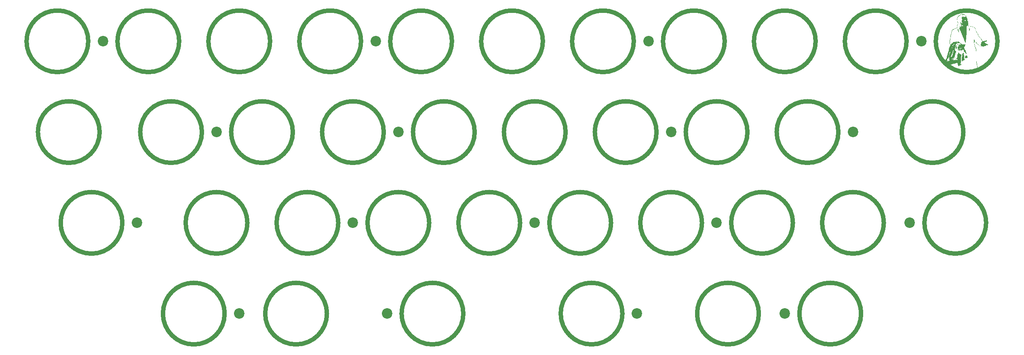
<source format=gbr>
%TF.GenerationSoftware,KiCad,Pcbnew,8.0.8*%
%TF.CreationDate,2025-03-01T19:04:34+01:00*%
%TF.ProjectId,travaulta HHKB,74726176-6175-46c7-9461-2048484b422e,rev?*%
%TF.SameCoordinates,Original*%
%TF.FileFunction,Legend,Top*%
%TF.FilePolarity,Positive*%
%FSLAX46Y46*%
G04 Gerber Fmt 4.6, Leading zero omitted, Abs format (unit mm)*
G04 Created by KiCad (PCBNEW 8.0.8) date 2025-03-01 19:04:34*
%MOMM*%
%LPD*%
G01*
G04 APERTURE LIST*
%ADD10C,0.900000*%
%ADD11C,0.000000*%
%ADD12C,2.200000*%
G04 APERTURE END LIST*
D10*
%TO.C,SW20*%
X217604500Y-76200000D02*
G75*
G02*
X204670500Y-76200000I-6467000J0D01*
G01*
X204670500Y-76200000D02*
G75*
G02*
X217604500Y-76200000I6467000J0D01*
G01*
%TO.C,SW27*%
X169979500Y-95250000D02*
G75*
G02*
X157045500Y-95250000I-6467000J0D01*
G01*
X157045500Y-95250000D02*
G75*
G02*
X169979500Y-95250000I6467000J0D01*
G01*
%TO.C,SW15*%
X122354500Y-76200000D02*
G75*
G02*
X109420500Y-76200000I-6467000J0D01*
G01*
X109420500Y-76200000D02*
G75*
G02*
X122354500Y-76200000I6467000J0D01*
G01*
%TO.C,SW18*%
X179504500Y-76200000D02*
G75*
G02*
X166570500Y-76200000I-6467000J0D01*
G01*
X166570500Y-76200000D02*
G75*
G02*
X179504500Y-76200000I6467000J0D01*
G01*
%TO.C,SW1*%
X60442000Y-57150000D02*
G75*
G02*
X47508000Y-57150000I-6467000J0D01*
G01*
X47508000Y-57150000D02*
G75*
G02*
X60442000Y-57150000I6467000J0D01*
G01*
%TO.C,SW9*%
X212842000Y-57150000D02*
G75*
G02*
X199908000Y-57150000I-6467000J0D01*
G01*
X199908000Y-57150000D02*
G75*
G02*
X212842000Y-57150000I6467000J0D01*
G01*
%TO.C,SW28*%
X189029500Y-95250000D02*
G75*
G02*
X176095500Y-95250000I-6467000J0D01*
G01*
X176095500Y-95250000D02*
G75*
G02*
X189029500Y-95250000I6467000J0D01*
G01*
%TO.C,SW4*%
X117592000Y-57150000D02*
G75*
G02*
X104658000Y-57150000I-6467000J0D01*
G01*
X104658000Y-57150000D02*
G75*
G02*
X117592000Y-57150000I6467000J0D01*
G01*
%TO.C,SW17*%
X160454500Y-76200000D02*
G75*
G02*
X147520500Y-76200000I-6467000J0D01*
G01*
X147520500Y-76200000D02*
G75*
G02*
X160454500Y-76200000I6467000J0D01*
G01*
%TO.C,SW12*%
X62825000Y-76200000D02*
G75*
G02*
X49891000Y-76200000I-6467000J0D01*
G01*
X49891000Y-76200000D02*
G75*
G02*
X62825000Y-76200000I6467000J0D01*
G01*
%TO.C,SW23*%
X93779500Y-95250000D02*
G75*
G02*
X80845500Y-95250000I-6467000J0D01*
G01*
X80845500Y-95250000D02*
G75*
G02*
X93779500Y-95250000I6467000J0D01*
G01*
%TO.C,SW34*%
X139022000Y-114300000D02*
G75*
G02*
X126088000Y-114300000I-6467000J0D01*
G01*
X126088000Y-114300000D02*
G75*
G02*
X139022000Y-114300000I6467000J0D01*
G01*
%TO.C,SW22*%
X67587000Y-95250000D02*
G75*
G02*
X54653000Y-95250000I-6467000J0D01*
G01*
X54653000Y-95250000D02*
G75*
G02*
X67587000Y-95250000I6467000J0D01*
G01*
%TO.C,SW16*%
X141404500Y-76200000D02*
G75*
G02*
X128470500Y-76200000I-6467000J0D01*
G01*
X128470500Y-76200000D02*
G75*
G02*
X141404500Y-76200000I6467000J0D01*
G01*
%TO.C,SW14*%
X103304500Y-76200000D02*
G75*
G02*
X90370500Y-76200000I-6467000J0D01*
G01*
X90370500Y-76200000D02*
G75*
G02*
X103304500Y-76200000I6467000J0D01*
G01*
%TO.C,SW7*%
X174742000Y-57150000D02*
G75*
G02*
X161808000Y-57150000I-6467000J0D01*
G01*
X161808000Y-57150000D02*
G75*
G02*
X174742000Y-57150000I6467000J0D01*
G01*
%TO.C,SW24*%
X112829500Y-95250000D02*
G75*
G02*
X99895500Y-95250000I-6467000J0D01*
G01*
X99895500Y-95250000D02*
G75*
G02*
X112829500Y-95250000I6467000J0D01*
G01*
%TO.C,SW11*%
X250942000Y-57150000D02*
G75*
G02*
X238008000Y-57150000I-6467000J0D01*
G01*
X238008000Y-57150000D02*
G75*
G02*
X250942000Y-57150000I6467000J0D01*
G01*
%TO.C,SW31*%
X248562000Y-95250000D02*
G75*
G02*
X235628000Y-95250000I-6467000J0D01*
G01*
X235628000Y-95250000D02*
G75*
G02*
X248562000Y-95250000I6467000J0D01*
G01*
%TO.C,SW2*%
X79492000Y-57150000D02*
G75*
G02*
X66558000Y-57150000I-6467000J0D01*
G01*
X66558000Y-57150000D02*
G75*
G02*
X79492000Y-57150000I6467000J0D01*
G01*
D11*
%TO.C,G\u002A\u002A\u002A*%
G36*
X242180616Y-58716357D02*
G01*
X242173263Y-58723711D01*
X242165909Y-58716357D01*
X242173263Y-58709004D01*
X242180616Y-58716357D01*
G37*
G36*
X242827750Y-62393254D02*
G01*
X242820396Y-62400608D01*
X242813042Y-62393254D01*
X242820396Y-62385900D01*
X242827750Y-62393254D01*
G37*
G36*
X242842458Y-62496207D02*
G01*
X242835104Y-62503561D01*
X242827750Y-62496207D01*
X242835104Y-62488853D01*
X242842458Y-62496207D01*
G37*
G36*
X243313100Y-61599044D02*
G01*
X243305747Y-61606398D01*
X243298393Y-61599044D01*
X243305747Y-61591690D01*
X243313100Y-61599044D01*
G37*
G36*
X243357223Y-54054053D02*
G01*
X243349869Y-54061407D01*
X243342516Y-54054053D01*
X243349869Y-54046699D01*
X243357223Y-54054053D01*
G37*
G36*
X243710205Y-53892269D02*
G01*
X243702851Y-53899623D01*
X243695498Y-53892269D01*
X243702851Y-53884916D01*
X243710205Y-53892269D01*
G37*
G36*
X244151433Y-54274667D02*
G01*
X244144079Y-54282020D01*
X244136725Y-54274667D01*
X244144079Y-54267313D01*
X244151433Y-54274667D01*
G37*
G36*
X244313216Y-58378083D02*
G01*
X244305862Y-58385437D01*
X244298509Y-58378083D01*
X244305862Y-58370729D01*
X244313216Y-58378083D01*
G37*
G36*
X244430877Y-58525159D02*
G01*
X244423523Y-58532513D01*
X244416169Y-58525159D01*
X244423523Y-58517805D01*
X244430877Y-58525159D01*
G37*
G36*
X244975058Y-54230544D02*
G01*
X244967704Y-54237898D01*
X244960350Y-54230544D01*
X244967704Y-54223190D01*
X244975058Y-54230544D01*
G37*
G36*
X242190421Y-58684491D02*
G01*
X242188402Y-58693235D01*
X242180616Y-58694296D01*
X242168510Y-58688915D01*
X242170811Y-58684491D01*
X242188266Y-58682731D01*
X242190421Y-58684491D01*
G37*
G36*
X242219837Y-60728845D02*
G01*
X242217818Y-60737589D01*
X242210031Y-60738650D01*
X242197925Y-60733269D01*
X242200226Y-60728845D01*
X242217681Y-60727085D01*
X242219837Y-60728845D01*
G37*
G36*
X243219952Y-53830988D02*
G01*
X243221713Y-53848442D01*
X243219952Y-53850598D01*
X243211209Y-53848579D01*
X243210147Y-53840793D01*
X243215529Y-53828687D01*
X243219952Y-53830988D01*
G37*
G36*
X243596221Y-51786698D02*
G01*
X243598069Y-51792066D01*
X243577837Y-51794116D01*
X243556958Y-51791805D01*
X243559452Y-51786698D01*
X243589564Y-51784755D01*
X243596221Y-51786698D01*
G37*
G36*
X243661180Y-53889818D02*
G01*
X243662940Y-53907273D01*
X243661180Y-53909428D01*
X243652436Y-53907409D01*
X243651375Y-53899623D01*
X243656756Y-53887517D01*
X243661180Y-53889818D01*
G37*
G36*
X244058285Y-60596477D02*
G01*
X244056266Y-60605221D01*
X244048480Y-60606282D01*
X244036374Y-60600901D01*
X244038675Y-60596477D01*
X244056129Y-60594717D01*
X244058285Y-60596477D01*
G37*
G36*
X242599583Y-59763980D02*
G01*
X242592236Y-59786685D01*
X242577524Y-59797365D01*
X242571192Y-59785620D01*
X242573416Y-59768115D01*
X242584439Y-59747853D01*
X242593458Y-59746525D01*
X242599583Y-59763980D01*
G37*
G36*
X242709662Y-55160960D02*
G01*
X242710089Y-55164476D01*
X242698897Y-55178756D01*
X242695382Y-55179183D01*
X242681102Y-55167991D01*
X242680674Y-55164476D01*
X242691866Y-55150195D01*
X242695382Y-55149768D01*
X242709662Y-55160960D01*
G37*
G36*
X242780869Y-62412926D02*
G01*
X242783627Y-62430023D01*
X242777468Y-62453922D01*
X242768920Y-62459438D01*
X242756970Y-62447120D01*
X242754212Y-62430023D01*
X242760371Y-62406123D01*
X242768920Y-62400608D01*
X242780869Y-62412926D01*
G37*
G36*
X242825798Y-62319135D02*
G01*
X242824992Y-62327989D01*
X242806371Y-62350278D01*
X242799254Y-62353727D01*
X242785579Y-62349712D01*
X242786385Y-62340858D01*
X242805006Y-62318569D01*
X242812123Y-62315120D01*
X242825798Y-62319135D01*
G37*
G36*
X242881525Y-62439033D02*
G01*
X242879227Y-62444730D01*
X242866010Y-62458761D01*
X242863651Y-62459438D01*
X242857334Y-62448059D01*
X242857165Y-62444730D01*
X242868472Y-62430588D01*
X242872741Y-62430023D01*
X242881525Y-62439033D01*
G37*
G36*
X243327156Y-59320402D02*
G01*
X243330749Y-59323781D01*
X243340826Y-59343795D01*
X243330749Y-59359079D01*
X243317578Y-59366319D01*
X243313208Y-59348509D01*
X243313100Y-59341430D01*
X243316066Y-59318053D01*
X243327156Y-59320402D01*
G37*
G36*
X245190674Y-54732310D02*
G01*
X245188318Y-54737956D01*
X245168834Y-54752114D01*
X245164520Y-54752663D01*
X245156546Y-54743601D01*
X245158902Y-54737956D01*
X245178386Y-54723797D01*
X245182700Y-54723248D01*
X245190674Y-54732310D01*
G37*
G36*
X244091958Y-52803510D02*
G01*
X244106933Y-52824830D01*
X244100433Y-52846589D01*
X244078763Y-52855385D01*
X244051156Y-52849433D01*
X244042156Y-52842344D01*
X244044386Y-52823925D01*
X244062832Y-52807067D01*
X244085371Y-52801222D01*
X244091958Y-52803510D01*
G37*
G36*
X242623773Y-55016216D02*
G01*
X242624588Y-55020279D01*
X242627563Y-55054895D01*
X242625336Y-55073108D01*
X242612112Y-55090447D01*
X242598461Y-55083566D01*
X242592654Y-55057846D01*
X242598205Y-55022252D01*
X242605388Y-55005017D01*
X242616102Y-54997101D01*
X242623773Y-55016216D01*
G37*
G36*
X243435021Y-51690657D02*
G01*
X243453338Y-51696419D01*
X243452705Y-51701026D01*
X243429939Y-51705460D01*
X243381853Y-51710699D01*
X243364577Y-51712336D01*
X243276331Y-51720565D01*
X243342516Y-51702329D01*
X243388149Y-51692613D01*
X243425349Y-51689561D01*
X243435021Y-51690657D01*
G37*
G36*
X242456376Y-57879067D02*
G01*
X242482988Y-57892265D01*
X242500306Y-57907147D01*
X242494918Y-57913057D01*
X242465576Y-57914326D01*
X242415271Y-57917827D01*
X242373653Y-57923986D01*
X242339175Y-57926433D01*
X242327692Y-57917150D01*
X242340424Y-57893499D01*
X242372368Y-57878266D01*
X242414145Y-57872955D01*
X242456376Y-57879067D01*
G37*
G36*
X243405023Y-52104103D02*
G01*
X243415949Y-52116532D01*
X243416053Y-52118336D01*
X243403553Y-52128583D01*
X243374863Y-52137028D01*
X243343196Y-52141083D01*
X243321766Y-52138158D01*
X243320370Y-52137081D01*
X243313298Y-52117388D01*
X243313100Y-52113392D01*
X243323067Y-52103027D01*
X243355220Y-52100339D01*
X243405023Y-52104103D01*
G37*
G36*
X242080759Y-60623842D02*
G01*
X242123343Y-60631035D01*
X242158657Y-60640522D01*
X242178537Y-60650258D01*
X242178979Y-60656058D01*
X242152987Y-60665227D01*
X242110759Y-60669351D01*
X242065137Y-60667800D01*
X242037941Y-60662968D01*
X241996252Y-60647642D01*
X241982972Y-60634075D01*
X241998041Y-60624462D01*
X242039069Y-60620990D01*
X242080759Y-60623842D01*
G37*
G36*
X244035813Y-60112480D02*
G01*
X244038001Y-60135334D01*
X244032524Y-60176085D01*
X244023950Y-60226458D01*
X244016505Y-60270555D01*
X244014473Y-60282715D01*
X244011368Y-60287412D01*
X244008595Y-60266983D01*
X244006653Y-60225717D01*
X244006360Y-60212854D01*
X244006668Y-60154673D01*
X244010829Y-60121039D01*
X244019641Y-60107244D01*
X244024410Y-60106224D01*
X244035813Y-60112480D01*
G37*
G36*
X240590779Y-61219368D02*
G01*
X240616414Y-61236412D01*
X240618361Y-61263844D01*
X240597399Y-61295725D01*
X240578727Y-61311365D01*
X240541725Y-61332412D01*
X240501846Y-61347474D01*
X240467568Y-61354367D01*
X240447368Y-61350909D01*
X240445121Y-61345779D01*
X240455013Y-61326124D01*
X240474161Y-61305232D01*
X240499694Y-61275262D01*
X240511490Y-61252835D01*
X240533899Y-61222984D01*
X240573313Y-61216099D01*
X240590779Y-61219368D01*
G37*
G36*
X243189972Y-53647823D02*
G01*
X243205318Y-53680682D01*
X243209791Y-53724538D01*
X243203214Y-53763544D01*
X243189823Y-53795722D01*
X243176880Y-53811146D01*
X243175560Y-53811378D01*
X243168647Y-53800607D01*
X243170979Y-53790267D01*
X243169774Y-53768946D01*
X243163190Y-53763859D01*
X243152882Y-53747240D01*
X243146103Y-53711938D01*
X243145084Y-53696725D01*
X243146323Y-53655928D01*
X243155374Y-53637669D01*
X243166314Y-53634887D01*
X243189972Y-53647823D01*
G37*
G36*
X242625232Y-57748540D02*
G01*
X242700287Y-57770442D01*
X242732151Y-57782992D01*
X242747829Y-57791321D01*
X242738516Y-57795101D01*
X242715512Y-57796138D01*
X242677058Y-57804694D01*
X242643195Y-57832637D01*
X242630195Y-57848610D01*
X242604267Y-57881286D01*
X242584681Y-57895105D01*
X242560109Y-57893063D01*
X242519222Y-57878152D01*
X242518891Y-57878025D01*
X242475116Y-57864273D01*
X242437188Y-57857239D01*
X242434322Y-57857083D01*
X242406578Y-57850337D01*
X242406052Y-57833300D01*
X242432642Y-57806572D01*
X242444702Y-57797597D01*
X242505106Y-57761728D01*
X242562727Y-57745506D01*
X242625232Y-57748540D01*
G37*
G36*
X243280266Y-53875704D02*
G01*
X243270511Y-53883657D01*
X243258479Y-53903398D01*
X243261999Y-53926882D01*
X243277524Y-53940378D01*
X243285114Y-53940206D01*
X243304818Y-53947898D01*
X243308814Y-53954787D01*
X243305104Y-53967028D01*
X243288591Y-53964617D01*
X243270328Y-53960009D01*
X243276454Y-53968196D01*
X243285984Y-53976251D01*
X243302069Y-54000735D01*
X243296284Y-54021575D01*
X243277530Y-54039852D01*
X243254822Y-54047094D01*
X243240208Y-54040328D01*
X243239212Y-54035668D01*
X243235914Y-54015319D01*
X243228192Y-53978829D01*
X243225961Y-53969078D01*
X243223201Y-53919538D01*
X243238688Y-53884818D01*
X243269712Y-53870522D01*
X243273705Y-53870433D01*
X243280266Y-53875704D01*
G37*
G36*
X242973817Y-54279140D02*
G01*
X242984076Y-54305761D01*
X242996204Y-54356590D01*
X243002027Y-54387535D01*
X243015140Y-54450876D01*
X243033731Y-54526880D01*
X243054040Y-54600282D01*
X243056400Y-54608148D01*
X243085289Y-54716399D01*
X243099521Y-54801825D01*
X243099101Y-54863755D01*
X243084036Y-54901519D01*
X243054329Y-54914445D01*
X243053917Y-54914447D01*
X243041895Y-54905758D01*
X243035482Y-54876698D01*
X243033656Y-54825234D01*
X243031490Y-54773011D01*
X243025886Y-54730148D01*
X243020069Y-54710634D01*
X243011078Y-54681959D01*
X243000663Y-54629550D01*
X242989668Y-54559001D01*
X242978936Y-54475906D01*
X242969311Y-54385858D01*
X242966520Y-54355558D01*
X242963812Y-54302934D01*
X242966654Y-54277829D01*
X242973817Y-54279140D01*
G37*
G36*
X244768407Y-62097331D02*
G01*
X244770641Y-62113562D01*
X244745593Y-62139672D01*
X244744543Y-62140502D01*
X244706224Y-62170644D01*
X244717216Y-62333425D01*
X244726054Y-62464641D01*
X244733048Y-62569448D01*
X244738373Y-62650783D01*
X244742202Y-62711583D01*
X244744710Y-62754785D01*
X244746070Y-62783326D01*
X244746458Y-62800142D01*
X244746048Y-62808172D01*
X244745485Y-62810003D01*
X244737104Y-62802699D01*
X244724535Y-62782083D01*
X244716005Y-62750060D01*
X244710442Y-62694767D01*
X244708390Y-62622250D01*
X244708476Y-62603341D01*
X244707587Y-62531820D01*
X244703923Y-62463219D01*
X244698165Y-62408264D01*
X244694942Y-62390258D01*
X244688457Y-62338872D01*
X244688406Y-62279008D01*
X244693758Y-62217644D01*
X244703484Y-62161761D01*
X244716555Y-62118336D01*
X244731941Y-62094349D01*
X244738977Y-62091748D01*
X244768407Y-62097331D01*
G37*
G36*
X243769036Y-51573132D02*
G01*
X243756333Y-51586271D01*
X243728590Y-51594706D01*
X243705599Y-51598877D01*
X243708888Y-51601451D01*
X243739620Y-51603682D01*
X243791097Y-51606531D01*
X243732267Y-51627725D01*
X243687960Y-51641342D01*
X243650866Y-51648875D01*
X243644021Y-51649366D01*
X243624702Y-51651925D01*
X243632586Y-51661362D01*
X243636667Y-51664070D01*
X243648516Y-51674902D01*
X243634014Y-51678413D01*
X243626862Y-51678553D01*
X243598568Y-51686196D01*
X243588338Y-51697162D01*
X243577213Y-51708106D01*
X243553369Y-51698882D01*
X243552231Y-51698216D01*
X243523454Y-51688465D01*
X243506186Y-51697481D01*
X243492049Y-51704868D01*
X243489591Y-51699699D01*
X243498209Y-51675110D01*
X243518003Y-51646026D01*
X243539881Y-51624389D01*
X243550306Y-51619948D01*
X243571947Y-51610522D01*
X243587292Y-51597886D01*
X243621960Y-51597886D01*
X243629313Y-51605240D01*
X243636667Y-51597886D01*
X243629313Y-51590532D01*
X243621960Y-51597886D01*
X243587292Y-51597886D01*
X243617253Y-51582038D01*
X243656102Y-51575624D01*
X243701055Y-51572620D01*
X243735943Y-51566555D01*
X243761759Y-51565166D01*
X243769036Y-51573132D01*
G37*
G36*
X244995525Y-54266015D02*
G01*
X244997119Y-54267313D01*
X245015596Y-54288325D01*
X245019180Y-54298093D01*
X245024896Y-54317245D01*
X245039716Y-54354170D01*
X245055949Y-54390949D01*
X245075485Y-54434868D01*
X245088820Y-54467159D01*
X245092718Y-54479195D01*
X245098306Y-54495822D01*
X245112762Y-54530708D01*
X245127761Y-54564706D01*
X245156601Y-54631109D01*
X245172023Y-54675156D01*
X245174118Y-54700622D01*
X245162978Y-54711280D01*
X245138695Y-54710902D01*
X245131285Y-54709656D01*
X245124097Y-54719351D01*
X245126129Y-54736939D01*
X245122127Y-54766709D01*
X245096025Y-54808262D01*
X245075282Y-54833165D01*
X245041717Y-54868597D01*
X245014297Y-54892744D01*
X245001295Y-54899739D01*
X244994067Y-54885234D01*
X244990893Y-54841975D01*
X244991795Y-54770343D01*
X244992875Y-54743129D01*
X244997143Y-54668842D01*
X245002731Y-54618808D01*
X245010566Y-54587867D01*
X245021579Y-54570858D01*
X245024316Y-54568622D01*
X245035345Y-54557917D01*
X245039635Y-54542475D01*
X245036657Y-54516103D01*
X245025881Y-54472607D01*
X245011925Y-54423504D01*
X244990742Y-54347642D01*
X244978780Y-54296793D01*
X244975768Y-54268126D01*
X244981439Y-54258810D01*
X244995525Y-54266015D01*
G37*
G36*
X242705769Y-54325096D02*
G01*
X242714180Y-54361887D01*
X242720624Y-54415526D01*
X242724202Y-54479730D01*
X242724635Y-54509253D01*
X242723465Y-54557532D01*
X242719063Y-54580448D01*
X242710436Y-54581964D01*
X242707148Y-54579114D01*
X242683461Y-54562605D01*
X242672602Y-54570780D01*
X242673497Y-54587203D01*
X242678353Y-54614890D01*
X242679549Y-54623377D01*
X242689874Y-54639901D01*
X242713383Y-54665767D01*
X242715144Y-54667499D01*
X242744615Y-54703996D01*
X242767518Y-54752165D01*
X242786475Y-54818624D01*
X242798458Y-54877678D01*
X242809443Y-54938032D01*
X242822767Y-55011444D01*
X242835547Y-55082026D01*
X242835552Y-55082053D01*
X242846579Y-55140556D01*
X242856760Y-55190273D01*
X242864199Y-55222032D01*
X242865200Y-55225452D01*
X242865361Y-55248264D01*
X242850355Y-55250518D01*
X242831019Y-55234337D01*
X242819134Y-55215018D01*
X242796946Y-55174757D01*
X242767328Y-55118909D01*
X242733152Y-55052832D01*
X242722588Y-55032107D01*
X242629198Y-54848263D01*
X242630280Y-54685841D01*
X242633091Y-54613679D01*
X242639938Y-54538297D01*
X242649815Y-54465398D01*
X242661719Y-54400683D01*
X242674643Y-54349851D01*
X242687582Y-54318605D01*
X242696293Y-54311436D01*
X242705769Y-54325096D01*
G37*
G36*
X243831416Y-59538708D02*
G01*
X243860586Y-59561059D01*
X243863801Y-59565316D01*
X243878491Y-59602038D01*
X243886369Y-59654236D01*
X243886966Y-59671946D01*
X243889229Y-59718798D01*
X243895091Y-59784260D01*
X243903534Y-59857891D01*
X243909227Y-59900318D01*
X243920096Y-59986695D01*
X243930044Y-60083340D01*
X243937421Y-60173648D01*
X243939152Y-60201824D01*
X243943997Y-60272389D01*
X243950366Y-60338867D01*
X243957216Y-60391154D01*
X243960526Y-60408953D01*
X243969185Y-60464856D01*
X243973111Y-60524740D01*
X243973118Y-60533968D01*
X243974075Y-60571873D01*
X243978300Y-60619048D01*
X243986455Y-60680583D01*
X243999200Y-60761564D01*
X244014044Y-60848957D01*
X244019516Y-60888337D01*
X244025456Y-60942723D01*
X244028968Y-60981326D01*
X244036241Y-61069571D01*
X243972500Y-61094701D01*
X243929895Y-61110374D01*
X243869357Y-61131235D01*
X243801062Y-61153813D01*
X243768681Y-61164188D01*
X243705635Y-61185315D01*
X243650845Y-61205788D01*
X243612046Y-61222614D01*
X243599944Y-61229503D01*
X243581116Y-61247505D01*
X243581710Y-61267786D01*
X243591845Y-61288878D01*
X243604259Y-61318045D01*
X243598471Y-61336300D01*
X243584091Y-61348719D01*
X243552647Y-61367857D01*
X243533770Y-61364493D01*
X243523133Y-61345338D01*
X243504542Y-61315037D01*
X243494158Y-61304893D01*
X243474269Y-61278360D01*
X243452857Y-61232712D01*
X243433384Y-61177821D01*
X243419315Y-61123559D01*
X243414112Y-61079800D01*
X243414188Y-61076925D01*
X243420362Y-61029886D01*
X243433099Y-60975172D01*
X243437913Y-60959264D01*
X243447203Y-60919352D01*
X243457051Y-60858071D01*
X243466348Y-60783425D01*
X243473980Y-60703412D01*
X243474678Y-60694528D01*
X243482747Y-60592442D01*
X243489909Y-60511676D01*
X243497166Y-60444197D01*
X243505521Y-60381971D01*
X243515979Y-60316965D01*
X243529542Y-60241146D01*
X243534922Y-60212108D01*
X243547623Y-60129991D01*
X243557356Y-60040603D01*
X243562615Y-59958910D01*
X243563129Y-59931656D01*
X243570308Y-59811813D01*
X243591500Y-59714335D01*
X243626187Y-59640389D01*
X243673852Y-59591136D01*
X243724131Y-59569569D01*
X243758185Y-59558618D01*
X243777089Y-59546205D01*
X243799842Y-59532932D01*
X243831416Y-59538708D01*
G37*
G36*
X244512244Y-60114657D02*
G01*
X244531490Y-60124521D01*
X244549418Y-60146122D01*
X244568712Y-60184243D01*
X244592059Y-60243666D01*
X244605052Y-60279905D01*
X244622912Y-60325748D01*
X244639919Y-60361600D01*
X244647429Y-60373420D01*
X244662900Y-60401759D01*
X244674777Y-60436790D01*
X244690228Y-60480312D01*
X244712675Y-60526055D01*
X244713899Y-60528152D01*
X244734746Y-60569220D01*
X244737810Y-60596935D01*
X244720157Y-60614301D01*
X244678857Y-60624325D01*
X244614722Y-60629802D01*
X244545207Y-60635063D01*
X244474799Y-60642513D01*
X244418425Y-60650568D01*
X244417145Y-60650796D01*
X244366658Y-60657807D01*
X244311003Y-60662402D01*
X244256407Y-60664549D01*
X244209095Y-60664217D01*
X244175293Y-60661376D01*
X244161226Y-60655994D01*
X244163982Y-60652050D01*
X244176219Y-60638004D01*
X244170336Y-60615454D01*
X244164573Y-60604476D01*
X244151260Y-60572332D01*
X244148737Y-60552238D01*
X244141583Y-60529335D01*
X244137115Y-60525632D01*
X244124426Y-60504662D01*
X244122018Y-60487754D01*
X244116171Y-60464322D01*
X244108437Y-60459206D01*
X244104987Y-60447959D01*
X244114312Y-60420384D01*
X244116708Y-60415405D01*
X244130230Y-60391264D01*
X244145594Y-60379100D01*
X244171458Y-60376176D01*
X244216479Y-60379754D01*
X244226244Y-60380768D01*
X244274799Y-60384858D01*
X244299915Y-60383509D01*
X244307220Y-60375783D01*
X244305356Y-60367591D01*
X244287508Y-60347109D01*
X244253669Y-60323712D01*
X244242492Y-60317659D01*
X244206780Y-60298465D01*
X244183809Y-60284181D01*
X244180848Y-60281643D01*
X244162368Y-60270127D01*
X244144311Y-60262398D01*
X244128012Y-60253968D01*
X244132959Y-60244505D01*
X244162021Y-60228868D01*
X244163428Y-60228187D01*
X244195179Y-60207040D01*
X244204796Y-60187188D01*
X244204284Y-60185395D01*
X244203806Y-60163211D01*
X244223921Y-60158584D01*
X244261417Y-60171791D01*
X244275498Y-60179229D01*
X244309199Y-60196294D01*
X244324637Y-60197693D01*
X244327924Y-60186865D01*
X244337956Y-60171633D01*
X244370920Y-60165406D01*
X244386754Y-60165055D01*
X244425243Y-60162588D01*
X244442254Y-60152618D01*
X244445584Y-60135639D01*
X244447600Y-60128286D01*
X244475000Y-60128286D01*
X244482353Y-60135639D01*
X244489707Y-60128286D01*
X244482353Y-60120932D01*
X244475000Y-60128286D01*
X244447600Y-60128286D01*
X244451730Y-60113221D01*
X244473791Y-60107250D01*
X244512244Y-60114657D01*
G37*
G36*
X242425934Y-58037994D02*
G01*
X242437377Y-58046156D01*
X242433599Y-58063920D01*
X242417539Y-58079684D01*
X242377135Y-58115607D01*
X242335585Y-58165155D01*
X242296424Y-58222210D01*
X242263193Y-58280657D01*
X242239427Y-58334377D01*
X242228665Y-58377253D01*
X242232149Y-58400236D01*
X242248237Y-58408900D01*
X242266385Y-58393797D01*
X242282618Y-58359948D01*
X242291066Y-58325760D01*
X242301236Y-58289285D01*
X242314635Y-58269158D01*
X242318746Y-58267776D01*
X242343687Y-58279323D01*
X242375478Y-58308422D01*
X242406958Y-58346758D01*
X242430971Y-58386016D01*
X242439046Y-58407498D01*
X242454174Y-58455292D01*
X242470035Y-58492413D01*
X242479912Y-58516169D01*
X242480031Y-58537516D01*
X242468097Y-58564875D01*
X242441816Y-58606667D01*
X242436870Y-58614135D01*
X242391799Y-58675163D01*
X242355764Y-58708642D01*
X242328373Y-58714888D01*
X242318661Y-58708797D01*
X242296891Y-58701878D01*
X242267350Y-58705414D01*
X242244272Y-58716416D01*
X242239447Y-58725427D01*
X242252172Y-58735496D01*
X242279893Y-58740422D01*
X242305140Y-58742427D01*
X242302381Y-58745575D01*
X242287246Y-58748798D01*
X242260416Y-58764096D01*
X242254154Y-58790918D01*
X242245279Y-58820113D01*
X242221374Y-58825058D01*
X242201225Y-58815408D01*
X242186813Y-58790695D01*
X242189005Y-58757293D01*
X242206754Y-58730040D01*
X242207291Y-58729637D01*
X242220858Y-58712331D01*
X242218857Y-58686942D01*
X242254154Y-58686942D01*
X242261508Y-58694296D01*
X242268862Y-58686942D01*
X242261508Y-58679589D01*
X242254154Y-58686942D01*
X242218857Y-58686942D01*
X242218716Y-58685153D01*
X242213019Y-58667130D01*
X242208302Y-58650173D01*
X242239447Y-58650173D01*
X242244465Y-58664499D01*
X242245932Y-58664881D01*
X242258489Y-58654575D01*
X242261508Y-58650173D01*
X242260342Y-58636621D01*
X242255022Y-58635466D01*
X242240045Y-58646142D01*
X242239447Y-58650173D01*
X242208302Y-58650173D01*
X242204123Y-58635148D01*
X242208679Y-58622330D01*
X242218150Y-58620758D01*
X242237181Y-58609976D01*
X242239447Y-58601244D01*
X242228490Y-58588100D01*
X242193793Y-58588432D01*
X242192995Y-58588548D01*
X242146542Y-58595365D01*
X242148195Y-58554574D01*
X242239447Y-58554574D01*
X242246800Y-58561928D01*
X242254154Y-58554574D01*
X242246800Y-58547220D01*
X242239447Y-58554574D01*
X242148195Y-58554574D01*
X242149021Y-58534182D01*
X242268862Y-58534182D01*
X242280938Y-58544370D01*
X242309068Y-58546341D01*
X242341110Y-58540246D01*
X242356681Y-58533087D01*
X242371731Y-58518527D01*
X242371389Y-58512994D01*
X242352380Y-58509621D01*
X242320663Y-58513300D01*
X242288993Y-58521395D01*
X242270121Y-58531271D01*
X242268862Y-58534182D01*
X242149021Y-58534182D01*
X242155313Y-58378906D01*
X242159998Y-58283559D01*
X242166285Y-58212630D01*
X242175799Y-58161121D01*
X242190167Y-58124035D01*
X242211013Y-58096372D01*
X242239962Y-58073137D01*
X242258630Y-58061223D01*
X242297761Y-58044908D01*
X242345338Y-58035038D01*
X242391388Y-58032453D01*
X242425934Y-58037994D01*
G37*
G36*
X243795726Y-51452425D02*
G01*
X243873184Y-51458146D01*
X243935031Y-51469284D01*
X243988102Y-51487152D01*
X244039234Y-51513062D01*
X244048480Y-51518513D01*
X244073790Y-51531969D01*
X244114940Y-51552226D01*
X244144867Y-51566405D01*
X244233472Y-51618137D01*
X244303869Y-51680531D01*
X244353248Y-51749764D01*
X244378797Y-51822013D01*
X244379320Y-51885157D01*
X244376155Y-51917312D01*
X244380089Y-51948446D01*
X244393395Y-51986339D01*
X244418349Y-52038770D01*
X244431997Y-52065354D01*
X244467556Y-52130369D01*
X244506181Y-52195482D01*
X244540845Y-52248970D01*
X244548489Y-52259727D01*
X244592808Y-52328020D01*
X244623931Y-52391925D01*
X244639745Y-52445937D01*
X244638136Y-52484547D01*
X244636320Y-52488561D01*
X244622862Y-52534868D01*
X244631263Y-52575206D01*
X244643750Y-52590327D01*
X244657135Y-52606385D01*
X244654647Y-52627114D01*
X244643750Y-52650228D01*
X244624202Y-52711669D01*
X244631683Y-52766024D01*
X244644605Y-52788335D01*
X244661650Y-52819004D01*
X244666198Y-52837855D01*
X244676115Y-52859250D01*
X244701562Y-52891554D01*
X244723343Y-52914284D01*
X244760409Y-52957401D01*
X244789762Y-53004030D01*
X244798523Y-53024389D01*
X244808529Y-53063273D01*
X244804117Y-53091349D01*
X244783057Y-53124352D01*
X244749555Y-53169665D01*
X244783273Y-53228250D01*
X244795667Y-53251018D01*
X244804334Y-53272781D01*
X244809676Y-53298755D01*
X244812096Y-53334152D01*
X244811996Y-53384186D01*
X244809779Y-53454070D01*
X244806626Y-53530722D01*
X244800267Y-53647534D01*
X244792357Y-53735236D01*
X244782909Y-53793729D01*
X244775289Y-53817442D01*
X244761974Y-53847568D01*
X244757851Y-53863120D01*
X244758057Y-53863434D01*
X244798927Y-53887325D01*
X244859172Y-53909842D01*
X244928807Y-53927809D01*
X244990552Y-53937396D01*
X245062730Y-53947159D01*
X245139973Y-53961745D01*
X245195625Y-53975340D01*
X245254082Y-53989717D01*
X245309548Y-53999587D01*
X245344040Y-54002576D01*
X245390677Y-54007104D01*
X245446653Y-54018525D01*
X245469101Y-54024765D01*
X245509568Y-54035716D01*
X245571532Y-54050676D01*
X245647635Y-54067947D01*
X245730519Y-54085830D01*
X245761368Y-54092248D01*
X245861694Y-54113730D01*
X245939351Y-54133172D01*
X246000696Y-54153323D01*
X246052084Y-54176930D01*
X246099870Y-54206742D01*
X246150409Y-54245506D01*
X246187298Y-54276424D01*
X246246434Y-54329463D01*
X246286140Y-54373631D01*
X246311135Y-54416860D01*
X246326135Y-54467079D01*
X246334974Y-54524696D01*
X246349470Y-54597057D01*
X246376549Y-54687938D01*
X246413472Y-54790745D01*
X246457499Y-54898887D01*
X246505891Y-55005773D01*
X246555909Y-55104812D01*
X246604815Y-55189412D01*
X246622228Y-55215952D01*
X246655494Y-55266390D01*
X246690803Y-55322636D01*
X246701868Y-55340967D01*
X246735387Y-55394497D01*
X246772329Y-55449476D01*
X246784084Y-55465981D01*
X246827549Y-55538746D01*
X246868358Y-55630835D01*
X246902752Y-55732177D01*
X246926974Y-55832702D01*
X246931779Y-55861772D01*
X246949081Y-55954506D01*
X246971157Y-56021453D01*
X246999584Y-56066067D01*
X247035940Y-56091801D01*
X247037056Y-56092270D01*
X247112956Y-56137251D01*
X247168815Y-56202544D01*
X247183224Y-56228489D01*
X247230978Y-56304865D01*
X247284316Y-56356013D01*
X247338284Y-56379321D01*
X247379891Y-56395293D01*
X247419327Y-56428984D01*
X247459177Y-56483564D01*
X247502027Y-56562206D01*
X247522593Y-56605455D01*
X247580874Y-56712907D01*
X247650592Y-56803339D01*
X247664949Y-56818715D01*
X247717917Y-56879169D01*
X247752882Y-56933459D01*
X247776272Y-56991424D01*
X247804023Y-57058433D01*
X247838917Y-57099125D01*
X247884746Y-57116405D01*
X247936983Y-57114576D01*
X247977735Y-57108508D01*
X248037962Y-57099812D01*
X248107998Y-57089874D01*
X248150056Y-57083984D01*
X248217368Y-57073019D01*
X248276561Y-57060491D01*
X248319708Y-57048230D01*
X248335594Y-57041141D01*
X248359538Y-57030920D01*
X248404463Y-57015973D01*
X248462741Y-56998423D01*
X248526748Y-56980394D01*
X248588856Y-56964011D01*
X248641440Y-56951397D01*
X248676874Y-56944677D01*
X248683995Y-56944109D01*
X248707821Y-56956784D01*
X248728766Y-56987479D01*
X248739799Y-57025093D01*
X248740199Y-57032878D01*
X248731578Y-57065486D01*
X248710005Y-57105366D01*
X248681914Y-57143552D01*
X248653739Y-57171081D01*
X248635012Y-57179415D01*
X248614476Y-57185555D01*
X248578492Y-57201093D01*
X248559321Y-57210376D01*
X248498693Y-57231841D01*
X248421116Y-57246170D01*
X248390971Y-57249074D01*
X248330639Y-57255181D01*
X248290801Y-57264667D01*
X248262543Y-57280304D01*
X248247572Y-57293657D01*
X248222995Y-57321037D01*
X248210968Y-57339939D01*
X248210726Y-57341430D01*
X248220064Y-57357360D01*
X248244082Y-57386702D01*
X248265880Y-57410624D01*
X248302504Y-57452881D01*
X248333625Y-57494829D01*
X248344394Y-57512400D01*
X248371199Y-57545084D01*
X248416756Y-57573024D01*
X248454701Y-57588993D01*
X248511521Y-57613051D01*
X248565785Y-57639977D01*
X248594276Y-57656666D01*
X248630268Y-57677926D01*
X248684303Y-57706998D01*
X248747740Y-57739313D01*
X248787021Y-57758506D01*
X248856325Y-57792443D01*
X248903658Y-57818347D01*
X248933860Y-57840284D01*
X248951771Y-57862318D01*
X248962232Y-57888516D01*
X248967396Y-57910019D01*
X248971444Y-57938108D01*
X248964492Y-57956345D01*
X248940680Y-57972294D01*
X248907149Y-57987784D01*
X248851683Y-58005725D01*
X248795345Y-58008405D01*
X248732071Y-57994827D01*
X248655794Y-57963993D01*
X248603086Y-57937746D01*
X248551241Y-57912916D01*
X248506166Y-57895199D01*
X248471948Y-57885422D01*
X248452672Y-57884411D01*
X248452424Y-57892991D01*
X248475144Y-57911889D01*
X248529818Y-57954993D01*
X248557748Y-57993451D01*
X248560180Y-58031660D01*
X248538360Y-58074021D01*
X248525632Y-58090157D01*
X248479831Y-58126421D01*
X248429381Y-58136826D01*
X248380801Y-58121049D01*
X248355053Y-58098639D01*
X248324442Y-58072144D01*
X248296636Y-58061478D01*
X248278401Y-58067187D01*
X248276501Y-58089818D01*
X248277245Y-58092339D01*
X248275458Y-58127670D01*
X248251802Y-58157930D01*
X248213782Y-58179624D01*
X248168903Y-58189258D01*
X248124669Y-58183337D01*
X248104312Y-58172879D01*
X248074033Y-58155573D01*
X248050375Y-58155048D01*
X248028461Y-58174393D01*
X248003417Y-58216699D01*
X247988852Y-58246068D01*
X247959843Y-58295709D01*
X247920961Y-58348366D01*
X247877577Y-58398237D01*
X247835063Y-58439522D01*
X247798791Y-58466420D01*
X247778072Y-58473682D01*
X247743447Y-58464433D01*
X247697587Y-58440787D01*
X247650303Y-58408895D01*
X247611406Y-58374910D01*
X247600630Y-58362421D01*
X247563271Y-58324632D01*
X247514143Y-58288479D01*
X247492820Y-58276299D01*
X247447901Y-58251123D01*
X247389785Y-58215467D01*
X247329195Y-58175967D01*
X247313564Y-58165340D01*
X247251526Y-58123023D01*
X247186852Y-58079400D01*
X247131666Y-58042640D01*
X247122365Y-58036523D01*
X247072286Y-57999508D01*
X247013996Y-57950234D01*
X246958862Y-57898395D01*
X246950902Y-57890314D01*
X246908811Y-57848605D01*
X246873501Y-57816542D01*
X246850474Y-57798999D01*
X246845762Y-57797133D01*
X246827971Y-57787226D01*
X246797275Y-57761820D01*
X246760323Y-57727393D01*
X246723766Y-57690420D01*
X246694254Y-57657378D01*
X246678436Y-57634742D01*
X246678047Y-57633802D01*
X246660359Y-57617885D01*
X246623408Y-57599397D01*
X246590146Y-57587260D01*
X246509112Y-57550752D01*
X246453503Y-57499982D01*
X246422623Y-57434211D01*
X246417044Y-57403579D01*
X246409021Y-57358697D01*
X246395994Y-57335989D01*
X246379632Y-57328962D01*
X246335244Y-57315358D01*
X246278793Y-57290294D01*
X246218747Y-57258481D01*
X246163574Y-57224628D01*
X246121739Y-57193445D01*
X246105413Y-57176425D01*
X246073826Y-57132065D01*
X246105540Y-57041756D01*
X246126788Y-56974897D01*
X246135369Y-56927497D01*
X246131654Y-56892649D01*
X246116014Y-56863446D01*
X246115175Y-56862336D01*
X246097137Y-56843507D01*
X246084162Y-56848333D01*
X246078631Y-56855848D01*
X246071199Y-56882374D01*
X246066212Y-56931563D01*
X246063576Y-56996771D01*
X246063198Y-57071356D01*
X246064983Y-57148673D01*
X246068838Y-57222081D01*
X246074670Y-57284937D01*
X246082384Y-57330597D01*
X246085480Y-57341198D01*
X246097931Y-57395839D01*
X246105576Y-57472093D01*
X246107685Y-57545277D01*
X246108987Y-57617962D01*
X246113793Y-57670965D01*
X246123720Y-57713957D01*
X246140381Y-57756610D01*
X246144454Y-57765502D01*
X246164993Y-57818498D01*
X246178283Y-57869825D01*
X246181080Y-57895420D01*
X246188197Y-57967004D01*
X246208465Y-58058978D01*
X246240260Y-58166296D01*
X246281956Y-58283912D01*
X246331928Y-58406781D01*
X246379156Y-58510451D01*
X246407350Y-58570406D01*
X246431213Y-58623263D01*
X246447413Y-58661533D01*
X246451984Y-58674095D01*
X246466426Y-58734119D01*
X246480539Y-58812783D01*
X246492845Y-58899338D01*
X246501869Y-58983032D01*
X246506133Y-59053113D01*
X246506269Y-59069340D01*
X246508417Y-59136005D01*
X246514953Y-59215321D01*
X246524511Y-59291090D01*
X246525493Y-59297307D01*
X246529687Y-59329529D01*
X246533267Y-59371616D01*
X246536265Y-59425620D01*
X246538715Y-59493596D01*
X246540650Y-59577597D01*
X246542102Y-59679675D01*
X246543104Y-59801885D01*
X246543689Y-59946279D01*
X246543891Y-60114911D01*
X246543742Y-60309834D01*
X246543536Y-60422437D01*
X246543134Y-60618190D01*
X246542858Y-60786739D01*
X246542771Y-60930296D01*
X246542933Y-61051072D01*
X246543408Y-61151281D01*
X246544255Y-61233132D01*
X246545537Y-61298838D01*
X246547315Y-61350610D01*
X246549651Y-61390660D01*
X246552606Y-61421200D01*
X246556242Y-61444441D01*
X246560621Y-61462595D01*
X246565803Y-61477873D01*
X246571851Y-61492487D01*
X246573416Y-61496091D01*
X246590869Y-61546890D01*
X246607700Y-61613831D01*
X246620677Y-61683758D01*
X246622220Y-61694644D01*
X246630930Y-61759474D01*
X246638991Y-61819524D01*
X246644944Y-61863927D01*
X246645909Y-61871135D01*
X246652186Y-61911462D01*
X246662142Y-61968565D01*
X246673671Y-62030378D01*
X246674162Y-62032918D01*
X246687841Y-62103913D01*
X246703672Y-62186634D01*
X246718367Y-62263896D01*
X246719189Y-62268239D01*
X246733290Y-62341406D01*
X246748476Y-62418109D01*
X246761700Y-62482981D01*
X246762929Y-62488853D01*
X246772707Y-62551230D01*
X246780014Y-62627811D01*
X246783456Y-62703403D01*
X246783550Y-62713144D01*
X246784091Y-62841835D01*
X246745941Y-62841835D01*
X246723467Y-62840192D01*
X246713593Y-62830226D01*
X246713338Y-62804384D01*
X246717653Y-62770139D01*
X246719022Y-62721638D01*
X246713952Y-62649937D01*
X246703176Y-62560364D01*
X246687423Y-62458250D01*
X246667423Y-62348922D01*
X246645819Y-62246178D01*
X246600766Y-62042406D01*
X246562910Y-61863876D01*
X246531880Y-61707404D01*
X246507305Y-61569805D01*
X246488814Y-61447897D01*
X246476036Y-61338495D01*
X246468600Y-61238416D01*
X246466137Y-61144476D01*
X246468274Y-61053492D01*
X246474641Y-60962279D01*
X246484868Y-60867654D01*
X246485072Y-60866008D01*
X246486602Y-60839169D01*
X246488033Y-60786095D01*
X246489331Y-60709965D01*
X246490467Y-60613959D01*
X246491406Y-60501258D01*
X246492119Y-60375040D01*
X246492572Y-60238485D01*
X246492735Y-60098871D01*
X246492583Y-59925248D01*
X246492030Y-59777977D01*
X246490992Y-59653998D01*
X246489385Y-59550247D01*
X246487123Y-59463665D01*
X246484122Y-59391190D01*
X246480298Y-59329760D01*
X246475567Y-59276314D01*
X246469843Y-59227791D01*
X246468407Y-59217221D01*
X246458442Y-59148294D01*
X246449315Y-59090262D01*
X246442034Y-59049200D01*
X246437604Y-59031182D01*
X246437586Y-59031153D01*
X246433300Y-59012742D01*
X246427283Y-58972323D01*
X246420565Y-58917176D01*
X246417658Y-58890172D01*
X246410336Y-58832644D01*
X246399813Y-58780148D01*
X246383861Y-58725353D01*
X246360250Y-58660928D01*
X246326750Y-58579542D01*
X246314444Y-58550734D01*
X246280436Y-58468451D01*
X246250276Y-58387793D01*
X246221952Y-58302403D01*
X246193457Y-58205929D01*
X246162781Y-58092013D01*
X246135542Y-57984945D01*
X246110390Y-57882356D01*
X246087466Y-57785178D01*
X246067864Y-57698339D01*
X246052676Y-57626768D01*
X246042994Y-57575390D01*
X246040109Y-57554458D01*
X246038186Y-57519295D01*
X246036108Y-57459754D01*
X246034001Y-57380869D01*
X246031988Y-57287677D01*
X246030194Y-57185214D01*
X246029138Y-57110905D01*
X246024399Y-56740890D01*
X246124800Y-56830782D01*
X246168914Y-56871463D01*
X246203155Y-56905296D01*
X246222585Y-56927289D01*
X246225202Y-56932256D01*
X246216919Y-56949389D01*
X246195509Y-56981644D01*
X246173726Y-57011277D01*
X246135993Y-57072348D01*
X246124109Y-57124519D01*
X246138844Y-57169308D01*
X246180971Y-57208232D01*
X246251261Y-57242807D01*
X246300250Y-57259904D01*
X246359504Y-57277292D01*
X246411949Y-57290329D01*
X246448272Y-57296762D01*
X246453929Y-57297075D01*
X246476654Y-57300177D01*
X246487146Y-57314848D01*
X246490067Y-57349133D01*
X246490156Y-57359583D01*
X246495370Y-57417802D01*
X246513742Y-57461997D01*
X246550068Y-57498635D01*
X246609144Y-57534181D01*
X246625905Y-57542613D01*
X246704279Y-57588675D01*
X246753680Y-57635595D01*
X246758274Y-57642197D01*
X246787343Y-57679233D01*
X246817136Y-57706367D01*
X246822660Y-57709776D01*
X246848929Y-57730151D01*
X246884014Y-57765147D01*
X246910062Y-57794937D01*
X246947462Y-57837909D01*
X246983784Y-57875569D01*
X247002748Y-57892733D01*
X247033755Y-57917651D01*
X247077315Y-57952572D01*
X247115680Y-57983281D01*
X247168220Y-58021137D01*
X247233676Y-58062545D01*
X247298233Y-58098783D01*
X247300638Y-58100021D01*
X247374446Y-58144180D01*
X247454480Y-58202510D01*
X247521394Y-58259501D01*
X247577742Y-58308872D01*
X247635651Y-58355009D01*
X247686205Y-58390988D01*
X247706654Y-58403398D01*
X247779682Y-58443421D01*
X247870190Y-58357031D01*
X247913199Y-58312388D01*
X247944169Y-58273249D01*
X247960972Y-58243434D01*
X247961479Y-58226765D01*
X247943564Y-58227060D01*
X247942313Y-58227525D01*
X247918070Y-58228219D01*
X247873179Y-58222704D01*
X247815351Y-58212583D01*
X247752298Y-58199458D01*
X247691730Y-58184930D01*
X247641358Y-58170602D01*
X247609466Y-58158374D01*
X247544316Y-58116235D01*
X247487938Y-58064361D01*
X247450975Y-58013279D01*
X247438126Y-57964445D01*
X247436474Y-57894387D01*
X247444901Y-57808594D01*
X247462292Y-57712557D01*
X247487530Y-57611765D01*
X247519499Y-57511708D01*
X247557083Y-57417877D01*
X247582763Y-57365145D01*
X247603634Y-57328113D01*
X247625452Y-57297139D01*
X247653122Y-57267411D01*
X247691548Y-57234115D01*
X247745633Y-57192441D01*
X247798465Y-57153492D01*
X247792565Y-57142361D01*
X247769453Y-57120621D01*
X247758859Y-57112045D01*
X247725277Y-57077608D01*
X247707157Y-57033795D01*
X247701979Y-57006496D01*
X247692194Y-56964385D01*
X247673514Y-56926851D01*
X247640623Y-56884847D01*
X247612772Y-56854695D01*
X247560384Y-56793364D01*
X247524223Y-56732787D01*
X247499121Y-56669686D01*
X247464344Y-56576176D01*
X247430739Y-56507330D01*
X247394901Y-56458752D01*
X247353429Y-56426050D01*
X247302919Y-56404828D01*
X247291502Y-56401593D01*
X247235000Y-56381448D01*
X247191917Y-56356309D01*
X247168736Y-56330368D01*
X247166488Y-56320709D01*
X247155940Y-56287939D01*
X247128031Y-56243719D01*
X247088366Y-56194981D01*
X247042546Y-56148658D01*
X246999171Y-56113715D01*
X246958561Y-56084655D01*
X246933768Y-56060643D01*
X246919033Y-56032213D01*
X246908598Y-55989901D01*
X246902033Y-55954071D01*
X246880067Y-55853062D01*
X246850744Y-55750320D01*
X246817176Y-55655361D01*
X246782475Y-55577703D01*
X246773686Y-55561580D01*
X246750766Y-55523566D01*
X246716092Y-55468389D01*
X246674291Y-55403321D01*
X246629988Y-55335632D01*
X246628096Y-55332771D01*
X246522403Y-55162545D01*
X246440894Y-55007768D01*
X246383192Y-54867702D01*
X246372028Y-54833555D01*
X246340587Y-54731999D01*
X246315778Y-54653450D01*
X246295813Y-54592729D01*
X246278903Y-54544661D01*
X246263259Y-54504066D01*
X246247092Y-54465769D01*
X246237462Y-54444104D01*
X246210898Y-54390372D01*
X246183385Y-54343070D01*
X246162086Y-54313913D01*
X246132614Y-54290117D01*
X246085827Y-54260542D01*
X246029549Y-54229237D01*
X245971603Y-54200251D01*
X245919812Y-54177631D01*
X245881998Y-54165426D01*
X245873091Y-54164360D01*
X245842827Y-54159105D01*
X245798330Y-54145719D01*
X245772439Y-54136195D01*
X245731027Y-54123585D01*
X245668329Y-54109034D01*
X245592257Y-54094190D01*
X245510720Y-54080700D01*
X245495202Y-54078418D01*
X245405876Y-54064228D01*
X245313110Y-54047239D01*
X245227637Y-54029545D01*
X245160191Y-54013238D01*
X245157977Y-54012633D01*
X245080293Y-53992136D01*
X244995090Y-53971019D01*
X244918854Y-53953347D01*
X244908004Y-53950985D01*
X244831662Y-53931174D01*
X244776677Y-53908109D01*
X244738866Y-53881913D01*
X244712785Y-53858304D01*
X244702752Y-53846754D01*
X244705628Y-53847148D01*
X244727192Y-53846196D01*
X244732234Y-53841033D01*
X244732596Y-53828184D01*
X244716717Y-53827045D01*
X244694688Y-53836214D01*
X244680906Y-53848147D01*
X244671061Y-53866422D01*
X244679105Y-53870208D01*
X244696413Y-53874707D01*
X244687544Y-53887355D01*
X244654187Y-53906878D01*
X244598031Y-53932004D01*
X244596156Y-53932772D01*
X244535334Y-53957706D01*
X244496939Y-53976509D01*
X244476642Y-53995274D01*
X244470115Y-54020095D01*
X244473030Y-54057064D01*
X244478996Y-54097719D01*
X244486534Y-54211521D01*
X244479657Y-54347622D01*
X244479645Y-54347748D01*
X244473617Y-54457762D01*
X244474100Y-54587316D01*
X244480807Y-54727332D01*
X244493451Y-54868730D01*
X244497077Y-54899739D01*
X244499423Y-54951632D01*
X244497289Y-55032378D01*
X244490670Y-55142016D01*
X244479563Y-55280584D01*
X244463966Y-55448122D01*
X244443876Y-55644668D01*
X244430836Y-55765820D01*
X244419421Y-55875818D01*
X244407197Y-56002978D01*
X244395280Y-56135110D01*
X244384784Y-56260024D01*
X244379760Y-56324709D01*
X244371238Y-56433984D01*
X244361403Y-56552103D01*
X244351156Y-56668725D01*
X244341399Y-56773512D01*
X244335393Y-56833787D01*
X244325146Y-56935204D01*
X244314054Y-57049051D01*
X244303440Y-57161518D01*
X244294629Y-57258795D01*
X244294497Y-57260307D01*
X244287037Y-57341988D01*
X244280711Y-57398914D01*
X244274459Y-57435663D01*
X244267222Y-57456813D01*
X244257941Y-57466942D01*
X244245853Y-57470585D01*
X244227456Y-57468060D01*
X244209815Y-57451431D01*
X244188966Y-57415732D01*
X244169540Y-57374986D01*
X244119842Y-57264259D01*
X244072296Y-57154478D01*
X244028406Y-57049457D01*
X243989678Y-56953009D01*
X243957617Y-56868951D01*
X243933727Y-56801095D01*
X243919515Y-56753256D01*
X243916111Y-56732719D01*
X243909661Y-56692312D01*
X243894050Y-56674038D01*
X243877331Y-56652028D01*
X243871989Y-56606281D01*
X243868617Y-56565702D01*
X243857116Y-56548523D01*
X243849118Y-56546989D01*
X243840402Y-56544912D01*
X243830797Y-56536860D01*
X243818990Y-56520102D01*
X243803668Y-56491908D01*
X243783519Y-56449547D01*
X243757230Y-56390288D01*
X243723488Y-56311400D01*
X243680982Y-56210152D01*
X243640572Y-56113115D01*
X243586218Y-55980711D01*
X243530032Y-55840872D01*
X243473262Y-55696936D01*
X243417153Y-55552242D01*
X243362953Y-55410129D01*
X243361837Y-55407151D01*
X243886696Y-55407151D01*
X243894050Y-55414505D01*
X243901404Y-55407151D01*
X243894050Y-55399797D01*
X243886696Y-55407151D01*
X243361837Y-55407151D01*
X243311908Y-55273933D01*
X243265265Y-55146995D01*
X243224271Y-55032652D01*
X243206291Y-54980763D01*
X243862167Y-54980763D01*
X243863251Y-54999015D01*
X243866967Y-55043616D01*
X243869776Y-55079461D01*
X243869985Y-55082358D01*
X243874060Y-55104162D01*
X243880295Y-55100156D01*
X243887350Y-55073736D01*
X243893885Y-55028299D01*
X243894791Y-55019510D01*
X243897570Y-54973761D01*
X243893522Y-54950634D01*
X243881456Y-54943883D01*
X243880363Y-54943862D01*
X243865921Y-54952144D01*
X243862167Y-54980763D01*
X243206291Y-54980763D01*
X243190172Y-54934242D01*
X243164215Y-54855105D01*
X243147647Y-54798577D01*
X243144036Y-54783547D01*
X243138714Y-54750846D01*
X243143980Y-54740012D01*
X243159013Y-54743406D01*
X243171258Y-54748134D01*
X243176947Y-54748235D01*
X243173904Y-54739615D01*
X243172574Y-54737572D01*
X243794394Y-54737572D01*
X243805908Y-54787087D01*
X243808310Y-54793109D01*
X243829361Y-54829984D01*
X243853270Y-54838769D01*
X243884464Y-54820748D01*
X243889215Y-54816568D01*
X243912655Y-54780838D01*
X243915247Y-54742303D01*
X243900135Y-54709159D01*
X243870464Y-54689604D01*
X243840230Y-54688849D01*
X243805652Y-54705422D01*
X243794394Y-54737572D01*
X243172574Y-54737572D01*
X243159952Y-54718182D01*
X243132915Y-54679845D01*
X243102627Y-54637375D01*
X243074829Y-54581075D01*
X243921014Y-54581075D01*
X243923033Y-54589818D01*
X243930819Y-54590880D01*
X243942925Y-54585499D01*
X243940624Y-54581075D01*
X243923170Y-54579315D01*
X243921014Y-54581075D01*
X243074829Y-54581075D01*
X243064471Y-54560097D01*
X243057963Y-54532049D01*
X243791097Y-54532049D01*
X243796889Y-54542426D01*
X243825637Y-54546745D01*
X243827662Y-54546757D01*
X243872836Y-54535656D01*
X243936766Y-54502495D01*
X243979844Y-54474873D01*
X244042824Y-54428092D01*
X244108489Y-54372508D01*
X244163356Y-54319587D01*
X244166701Y-54316001D01*
X244214169Y-54260080D01*
X244256648Y-54201823D01*
X244290871Y-54146716D01*
X244313570Y-54100246D01*
X244321476Y-54067901D01*
X244319429Y-54059561D01*
X244306334Y-54053721D01*
X244295743Y-54066872D01*
X244275954Y-54087323D01*
X244264686Y-54091004D01*
X244246285Y-54102473D01*
X244221753Y-54130909D01*
X244213805Y-54142480D01*
X244196845Y-54173707D01*
X244193295Y-54191887D01*
X244196288Y-54193775D01*
X244205126Y-54202810D01*
X244202761Y-54208722D01*
X244185135Y-54217207D01*
X244179832Y-54215208D01*
X244166966Y-54215880D01*
X244166140Y-54219837D01*
X244154560Y-54235549D01*
X244129371Y-54252605D01*
X244102525Y-54271987D01*
X244092446Y-54288183D01*
X244081219Y-54307869D01*
X244051624Y-54339607D01*
X244009430Y-54378634D01*
X243960406Y-54420194D01*
X243910323Y-54459524D01*
X243864951Y-54491866D01*
X243830059Y-54512460D01*
X243814654Y-54517342D01*
X243794104Y-54528063D01*
X243791097Y-54532049D01*
X243057963Y-54532049D01*
X243047244Y-54485851D01*
X243040326Y-54423549D01*
X243035946Y-54349828D01*
X243033960Y-54269997D01*
X243034229Y-54189367D01*
X243036610Y-54113248D01*
X243040962Y-54046949D01*
X243047144Y-53995782D01*
X243055014Y-53965055D01*
X243061289Y-53958547D01*
X243075680Y-53971996D01*
X243101110Y-54011544D01*
X243137018Y-54076259D01*
X243169883Y-54139556D01*
X243197562Y-54184448D01*
X243233474Y-54229648D01*
X243273318Y-54271468D01*
X243312797Y-54306215D01*
X243347614Y-54330199D01*
X243373469Y-54339730D01*
X243386065Y-54331116D01*
X243386638Y-54325682D01*
X243374885Y-54307771D01*
X243364577Y-54302047D01*
X243345591Y-54281900D01*
X243342516Y-54267455D01*
X243331954Y-54246908D01*
X243421109Y-54246908D01*
X243423407Y-54252605D01*
X243436624Y-54266636D01*
X243438983Y-54267313D01*
X243445300Y-54255934D01*
X243445469Y-54252605D01*
X243434162Y-54238463D01*
X243429893Y-54237898D01*
X243421109Y-54246908D01*
X243331954Y-54246908D01*
X243330103Y-54243308D01*
X243311621Y-54233249D01*
X243291553Y-54220001D01*
X243294913Y-54203766D01*
X243318490Y-54194033D01*
X243324999Y-54193702D01*
X243335623Y-54188908D01*
X243323097Y-54172917D01*
X243307051Y-54159367D01*
X243278677Y-54130719D01*
X243276670Y-54117663D01*
X243298684Y-54117663D01*
X243308794Y-54132824D01*
X243319993Y-54134945D01*
X243334836Y-54125185D01*
X243333159Y-54112968D01*
X243319315Y-54098033D01*
X243311559Y-54099128D01*
X243298684Y-54117663D01*
X243276670Y-54117663D01*
X243275254Y-54108457D01*
X243277411Y-54104287D01*
X243289182Y-54079989D01*
X243290814Y-54072437D01*
X243297137Y-54059995D01*
X243318045Y-54065624D01*
X243346931Y-54082895D01*
X243374302Y-54107981D01*
X243380261Y-54130346D01*
X243380189Y-54130537D01*
X243381395Y-54154135D01*
X243394041Y-54183402D01*
X243411821Y-54207768D01*
X243428430Y-54216661D01*
X243430989Y-54215695D01*
X243437310Y-54197510D01*
X243435062Y-54179218D01*
X243423798Y-54159134D01*
X243414381Y-54158039D01*
X243402103Y-54155270D01*
X243401346Y-54150520D01*
X243412643Y-54135572D01*
X243417045Y-54134945D01*
X243424260Y-54123714D01*
X243421701Y-54098605D01*
X243411818Y-54072492D01*
X243403040Y-54061407D01*
X243397911Y-54046699D01*
X243666082Y-54046699D01*
X243677995Y-54059747D01*
X243688144Y-54061407D01*
X243707716Y-54053465D01*
X243710205Y-54046699D01*
X243698293Y-54033651D01*
X243688144Y-54031992D01*
X243668571Y-54039933D01*
X243666082Y-54046699D01*
X243397911Y-54046699D01*
X243395821Y-54040706D01*
X243395738Y-54006164D01*
X243402171Y-53972310D01*
X243407343Y-53960649D01*
X243412548Y-53935836D01*
X243412807Y-53893558D01*
X243410518Y-53865419D01*
X243404226Y-53807168D01*
X243397222Y-53738129D01*
X243392966Y-53693904D01*
X243386980Y-53642402D01*
X243384545Y-53628078D01*
X243410425Y-53628078D01*
X243414483Y-53641270D01*
X243425976Y-53661787D01*
X243430761Y-53696998D01*
X243430761Y-53697028D01*
X243431853Y-53720978D01*
X243437754Y-53741309D01*
X243452405Y-53764099D01*
X243479745Y-53795426D01*
X243523713Y-53841367D01*
X243525533Y-53843244D01*
X243555809Y-53879254D01*
X243574693Y-53910943D01*
X243577837Y-53922977D01*
X243591041Y-53961750D01*
X243624843Y-53990731D01*
X243670526Y-54002563D01*
X243672117Y-54002576D01*
X243704476Y-53998297D01*
X243722889Y-53979778D01*
X243731394Y-53957534D01*
X243757086Y-53957534D01*
X243761100Y-53971209D01*
X243769955Y-53970404D01*
X243792244Y-53951782D01*
X243795693Y-53944665D01*
X243791678Y-53930991D01*
X243782824Y-53931796D01*
X243760535Y-53950417D01*
X243757086Y-53957534D01*
X243731394Y-53957534D01*
X243733706Y-53951488D01*
X243742207Y-53914721D01*
X243735650Y-53890369D01*
X243715301Y-53868087D01*
X243689096Y-53848619D01*
X243671864Y-53844953D01*
X243671171Y-53845510D01*
X243653609Y-53847531D01*
X243635242Y-53829791D01*
X243623311Y-53800822D01*
X243621960Y-53787516D01*
X243613957Y-53759296D01*
X243599898Y-53752547D01*
X243580341Y-53743697D01*
X243577837Y-53736119D01*
X243567946Y-53717968D01*
X243543275Y-53688477D01*
X243525475Y-53669963D01*
X244529161Y-53669963D01*
X244532582Y-53680250D01*
X244556861Y-53682461D01*
X244593675Y-53678879D01*
X244641922Y-53675516D01*
X244666957Y-53681596D01*
X244672374Y-53688598D01*
X244670572Y-53711093D01*
X244665516Y-53716200D01*
X244658601Y-53733696D01*
X244669474Y-53757086D01*
X244691209Y-53776316D01*
X244710838Y-53781963D01*
X244734455Y-53788220D01*
X244739736Y-53796670D01*
X244743280Y-53811001D01*
X244744307Y-53811378D01*
X244746547Y-53797871D01*
X244748303Y-53762152D01*
X244749246Y-53711423D01*
X244749303Y-53701463D01*
X244749729Y-53591548D01*
X244703521Y-53597464D01*
X244655890Y-53607627D01*
X244605670Y-53624498D01*
X244562008Y-53644273D01*
X244534048Y-53663150D01*
X244529161Y-53669963D01*
X243525475Y-53669963D01*
X243511327Y-53655247D01*
X243479605Y-53625882D01*
X243455612Y-53607985D01*
X243449129Y-53605697D01*
X243424777Y-53613083D01*
X243410425Y-53628078D01*
X243384545Y-53628078D01*
X243380161Y-53602294D01*
X243374544Y-53583597D01*
X243365222Y-53562123D01*
X243365121Y-53561349D01*
X243423407Y-53561349D01*
X243426741Y-53573940D01*
X243437247Y-53576056D01*
X243457370Y-53568378D01*
X243460176Y-53561349D01*
X243455658Y-53555234D01*
X244372047Y-53555234D01*
X244384695Y-53558104D01*
X244422017Y-53546826D01*
X244483079Y-53521721D01*
X244529540Y-53500705D01*
X244583296Y-53478772D01*
X244633048Y-53463481D01*
X244664893Y-53458396D01*
X244712070Y-53452430D01*
X244753205Y-53437264D01*
X244779242Y-53416995D01*
X244783859Y-53404558D01*
X244782483Y-53392558D01*
X244775016Y-53387195D01*
X244756450Y-53389260D01*
X244721778Y-53399544D01*
X244665993Y-53418837D01*
X244644016Y-53426634D01*
X244578786Y-53451321D01*
X244513939Y-53478430D01*
X244455208Y-53505248D01*
X244408329Y-53529066D01*
X244379033Y-53547171D01*
X244372047Y-53555234D01*
X243455658Y-53555234D01*
X243449620Y-53547062D01*
X243446337Y-53546641D01*
X243426418Y-53557332D01*
X243423407Y-53561349D01*
X243365121Y-53561349D01*
X243364802Y-53558898D01*
X243355700Y-53540399D01*
X243353546Y-53538062D01*
X243344093Y-53536239D01*
X243343756Y-53553177D01*
X243351953Y-53579866D01*
X243356914Y-53590186D01*
X243362230Y-53618578D01*
X243349560Y-53635143D01*
X243322617Y-53643297D01*
X243299463Y-53630103D01*
X243289478Y-53603090D01*
X243291698Y-53588688D01*
X243291295Y-53566007D01*
X243277323Y-53561349D01*
X243258522Y-53548746D01*
X243254270Y-53525772D01*
X243252827Y-53517226D01*
X243386638Y-53517226D01*
X243398488Y-53530418D01*
X243407832Y-53531934D01*
X243432872Y-53522970D01*
X243438115Y-53517226D01*
X243433612Y-53505650D01*
X243416921Y-53502518D01*
X243392555Y-53508519D01*
X243386638Y-53517226D01*
X243252827Y-53517226D01*
X243247769Y-53487259D01*
X243232209Y-53444880D01*
X243200805Y-53380070D01*
X243182071Y-53337635D01*
X243176161Y-53313329D01*
X243183228Y-53302907D01*
X243203425Y-53302124D01*
X243236906Y-53306735D01*
X243237199Y-53306778D01*
X243291039Y-53314668D01*
X243249749Y-53274847D01*
X243221236Y-53237298D01*
X243210555Y-53201458D01*
X243217441Y-53173989D01*
X243241626Y-53161552D01*
X243254270Y-53162002D01*
X243291374Y-53171570D01*
X243315696Y-53192618D01*
X243334985Y-53232885D01*
X243340277Y-53247882D01*
X243358357Y-53296628D01*
X243379725Y-53347832D01*
X243401017Y-53394208D01*
X243418870Y-53428468D01*
X243429919Y-53443325D01*
X243430556Y-53443463D01*
X243447273Y-53437370D01*
X243464308Y-53425390D01*
X243470967Y-53415814D01*
X243467929Y-53414498D01*
X243468788Y-53405799D01*
X243487402Y-53384039D01*
X243501021Y-53370979D01*
X243530601Y-53340892D01*
X243544474Y-53313808D01*
X243543584Y-53281061D01*
X243540376Y-53270792D01*
X244452938Y-53270792D01*
X244541561Y-53261284D01*
X244599162Y-53257606D01*
X244636634Y-53262275D01*
X244659222Y-53273726D01*
X244687512Y-53288749D01*
X244717219Y-53296341D01*
X244737044Y-53294299D01*
X244739736Y-53289427D01*
X244730908Y-53273623D01*
X244708934Y-53244854D01*
X244680578Y-53211804D01*
X244672370Y-53202917D01*
X244661522Y-53177601D01*
X244662565Y-53167790D01*
X244659566Y-53151638D01*
X244638090Y-53150207D01*
X244603681Y-53161242D01*
X244561884Y-53182488D01*
X244518243Y-53211690D01*
X244484928Y-53240034D01*
X244452938Y-53270792D01*
X243540376Y-53270792D01*
X243528876Y-53233984D01*
X243518800Y-53207842D01*
X243503857Y-53163756D01*
X243496925Y-53130279D01*
X243497971Y-53118461D01*
X243496675Y-53098393D01*
X243483857Y-53062275D01*
X243470945Y-53034962D01*
X243440617Y-52970691D01*
X243426002Y-52919764D01*
X243426005Y-52902233D01*
X243895735Y-52902233D01*
X243915570Y-52909865D01*
X243943574Y-52906210D01*
X243981662Y-52899247D01*
X244033090Y-52894122D01*
X244056383Y-52892918D01*
X244103099Y-52889272D01*
X244138767Y-52882824D01*
X244149142Y-52878862D01*
X244177055Y-52873188D01*
X244203069Y-52876172D01*
X244239888Y-52874379D01*
X244268418Y-52852722D01*
X244289888Y-52826445D01*
X244298509Y-52809692D01*
X244303253Y-52787867D01*
X244307467Y-52775616D01*
X244304819Y-52755861D01*
X244278276Y-52736350D01*
X244259667Y-52727584D01*
X244221240Y-52712640D01*
X244190758Y-52708351D01*
X244159418Y-52716377D01*
X244118419Y-52738379D01*
X244082289Y-52761044D01*
X244039411Y-52787218D01*
X244005902Y-52805384D01*
X243990492Y-52811262D01*
X243968612Y-52820330D01*
X243940157Y-52842189D01*
X243913478Y-52868825D01*
X243896923Y-52892222D01*
X243895735Y-52902233D01*
X243426005Y-52902233D01*
X243426010Y-52871382D01*
X243439555Y-52814745D01*
X243446579Y-52793088D01*
X243453015Y-52775419D01*
X243890162Y-52775419D01*
X243896595Y-52781063D01*
X243902270Y-52781379D01*
X243931569Y-52773314D01*
X243953746Y-52760253D01*
X243971476Y-52744151D01*
X243965042Y-52738508D01*
X243959368Y-52738192D01*
X243930069Y-52746257D01*
X243907892Y-52759318D01*
X243890162Y-52775419D01*
X243453015Y-52775419D01*
X243465032Y-52742432D01*
X243467774Y-52736009D01*
X244025231Y-52736009D01*
X244042769Y-52733849D01*
X244063187Y-52723016D01*
X244076970Y-52711594D01*
X244063723Y-52708584D01*
X244060378Y-52708534D01*
X244033785Y-52716029D01*
X244026418Y-52723016D01*
X244025231Y-52736009D01*
X243467774Y-52736009D01*
X243482474Y-52701568D01*
X243493985Y-52681058D01*
X243494647Y-52679184D01*
X244129551Y-52679184D01*
X244144444Y-52687759D01*
X244174608Y-52684407D01*
X244224772Y-52668389D01*
X244243355Y-52661416D01*
X244274736Y-52644381D01*
X244281465Y-52630915D01*
X244462874Y-52630915D01*
X244478781Y-52656442D01*
X244496968Y-52670127D01*
X244522536Y-52690406D01*
X244531996Y-52704910D01*
X244535205Y-52730960D01*
X244555524Y-52737724D01*
X244570060Y-52729579D01*
X244569871Y-52701365D01*
X244568765Y-52695462D01*
X244568356Y-52658753D01*
X244589107Y-52633105D01*
X244592472Y-52630675D01*
X244624632Y-52608149D01*
X244593973Y-52598419D01*
X244567430Y-52577724D01*
X244553696Y-52550367D01*
X244544078Y-52512047D01*
X244502185Y-52558933D01*
X244470583Y-52600370D01*
X244462874Y-52630915D01*
X244281465Y-52630915D01*
X244282294Y-52629257D01*
X244264846Y-52620673D01*
X244253913Y-52620063D01*
X244218343Y-52625409D01*
X244179886Y-52638641D01*
X244147398Y-52655550D01*
X244129734Y-52671924D01*
X244129551Y-52679184D01*
X243494647Y-52679184D01*
X243504336Y-52651762D01*
X243508397Y-52603532D01*
X243506828Y-52546018D01*
X243500290Y-52488869D01*
X243500220Y-52488563D01*
X244563245Y-52488563D01*
X244574463Y-52502007D01*
X244577953Y-52502403D01*
X244590860Y-52490431D01*
X244592660Y-52479473D01*
X244585530Y-52464250D01*
X244577953Y-52465634D01*
X244563806Y-52484437D01*
X244563245Y-52488563D01*
X243500220Y-52488563D01*
X243489444Y-52441735D01*
X243475786Y-52415060D01*
X243455215Y-52378778D01*
X243441544Y-52324211D01*
X243435994Y-52261936D01*
X243439788Y-52202529D01*
X243447606Y-52171109D01*
X243458585Y-52128418D01*
X243453424Y-52098606D01*
X243449734Y-52091954D01*
X243442272Y-52070921D01*
X243453650Y-52051499D01*
X243475980Y-52033275D01*
X243504593Y-52006612D01*
X243518696Y-51982667D01*
X243519007Y-51979843D01*
X243529127Y-51960590D01*
X243537530Y-51958222D01*
X243558919Y-51946952D01*
X243575102Y-51927721D01*
X243595801Y-51907210D01*
X243628878Y-51885235D01*
X243664637Y-51866958D01*
X243693376Y-51857545D01*
X243704144Y-51859012D01*
X243698838Y-51872039D01*
X243678501Y-51897028D01*
X243650305Y-51926655D01*
X243621428Y-51953592D01*
X243599043Y-51970514D01*
X243592577Y-51972930D01*
X243579105Y-51984660D01*
X243577837Y-51992630D01*
X243565780Y-52012333D01*
X243538831Y-52030103D01*
X243513259Y-52047502D01*
X243513864Y-52061915D01*
X243534909Y-52063163D01*
X243577546Y-52048879D01*
X243630085Y-52024488D01*
X243690969Y-51995053D01*
X243733194Y-51979071D01*
X243763666Y-51975447D01*
X243789292Y-51983085D01*
X243810072Y-51995956D01*
X243834684Y-52006966D01*
X243875052Y-52014835D01*
X243935691Y-52020150D01*
X244021116Y-52023494D01*
X244022928Y-52023541D01*
X244098313Y-52025261D01*
X244150167Y-52025264D01*
X244184366Y-52022584D01*
X244206785Y-52016254D01*
X244223299Y-52005308D01*
X244239783Y-51988781D01*
X244240778Y-51987721D01*
X244288903Y-51920700D01*
X244307650Y-51853174D01*
X244297041Y-51784484D01*
X244257102Y-51713975D01*
X244250979Y-51706155D01*
X244218288Y-51673935D01*
X244176097Y-51643614D01*
X244130569Y-51618054D01*
X244087865Y-51600117D01*
X244054148Y-51592666D01*
X244035578Y-51598565D01*
X244033772Y-51605240D01*
X244045622Y-51618431D01*
X244054965Y-51619948D01*
X244077335Y-51628140D01*
X244091235Y-51645172D01*
X244089327Y-51657541D01*
X244071631Y-51657605D01*
X244043670Y-51645152D01*
X244017344Y-51627002D01*
X244004554Y-51609974D01*
X244004472Y-51608917D01*
X243992630Y-51590354D01*
X243985972Y-51588292D01*
X243957032Y-51583538D01*
X243952880Y-51582635D01*
X243928896Y-51579780D01*
X243891143Y-51577580D01*
X243889505Y-51577521D01*
X243857641Y-51572508D01*
X243849599Y-51561823D01*
X243850206Y-51560666D01*
X243869686Y-51552586D01*
X243905836Y-51552368D01*
X243913581Y-51553328D01*
X243967588Y-51561149D01*
X243923465Y-51539898D01*
X243832689Y-51509035D01*
X243723444Y-51492728D01*
X243602836Y-51491003D01*
X243477972Y-51503886D01*
X243355957Y-51531400D01*
X243335162Y-51537807D01*
X243223843Y-51579071D01*
X243123095Y-51629247D01*
X243026031Y-51692692D01*
X242925763Y-51773762D01*
X242845646Y-51847479D01*
X242768486Y-51923987D01*
X242709860Y-51989245D01*
X242664963Y-52049909D01*
X242628989Y-52112634D01*
X242597134Y-52184074D01*
X242590483Y-52200897D01*
X242560096Y-52297184D01*
X242538168Y-52403639D01*
X242525800Y-52510946D01*
X242524095Y-52609786D01*
X242533108Y-52686247D01*
X242543729Y-52741013D01*
X242555022Y-52808628D01*
X242562918Y-52862738D01*
X242575940Y-52932649D01*
X242596849Y-53014119D01*
X242623114Y-53099703D01*
X242652206Y-53181960D01*
X242681595Y-53253445D01*
X242708751Y-53306716D01*
X242719024Y-53322053D01*
X242757021Y-53371870D01*
X242719928Y-53426164D01*
X242690677Y-53474941D01*
X242657896Y-53538618D01*
X242626343Y-53606937D01*
X242600779Y-53669639D01*
X242586700Y-53713301D01*
X242572781Y-53748267D01*
X242547518Y-53794765D01*
X242525663Y-53828935D01*
X242498139Y-53872335D01*
X242478981Y-53908960D01*
X242473074Y-53927012D01*
X242476404Y-53986188D01*
X242497786Y-54028128D01*
X242505610Y-54036241D01*
X242529375Y-54064108D01*
X242531647Y-54078622D01*
X242514562Y-54075495D01*
X242493153Y-54061239D01*
X242441487Y-54006645D01*
X242417620Y-53947450D01*
X242421960Y-53886603D01*
X242454911Y-53827051D01*
X242460060Y-53820979D01*
X242486550Y-53788793D01*
X242502291Y-53765772D01*
X242504183Y-53760726D01*
X242510035Y-53742501D01*
X242525687Y-53704307D01*
X242548287Y-53652731D01*
X242574982Y-53594357D01*
X242590563Y-53561349D01*
X242609343Y-53525663D01*
X242635163Y-53480673D01*
X242644162Y-53465749D01*
X242671836Y-53406657D01*
X242679264Y-53355786D01*
X242665911Y-53318455D01*
X242659558Y-53312104D01*
X242640937Y-53285309D01*
X242629113Y-53252104D01*
X242616551Y-53211324D01*
X242596921Y-53162747D01*
X242591217Y-53150501D01*
X242577462Y-53119423D01*
X242565635Y-53085243D01*
X242554324Y-53042228D01*
X242542113Y-52984643D01*
X242527592Y-52906752D01*
X242518494Y-52855385D01*
X242507405Y-52794405D01*
X242496028Y-52735446D01*
X242488896Y-52700955D01*
X242473821Y-52575683D01*
X242478594Y-52438557D01*
X242501895Y-52298151D01*
X242542407Y-52163039D01*
X242586937Y-52063359D01*
X242637816Y-51970242D01*
X242680449Y-51900185D01*
X242718005Y-51849135D01*
X242753654Y-51813044D01*
X242790567Y-51787860D01*
X242810084Y-51778271D01*
X242889707Y-51737762D01*
X242975267Y-51685707D01*
X243054063Y-51630205D01*
X243095555Y-51596191D01*
X243156527Y-51555421D01*
X243231288Y-51525589D01*
X243235278Y-51524482D01*
X243300440Y-51506560D01*
X243372496Y-51486385D01*
X243408700Y-51476094D01*
X243465743Y-51463499D01*
X243535815Y-51455478D01*
X243625042Y-51451493D01*
X243695821Y-51450810D01*
X243795726Y-51452425D01*
G37*
G36*
X242599310Y-54172579D02*
G01*
X242627743Y-54196915D01*
X242649175Y-54208357D01*
X242650591Y-54208483D01*
X242665432Y-54216978D01*
X242665967Y-54219977D01*
X242653123Y-54230860D01*
X242617188Y-54251575D01*
X242562058Y-54280251D01*
X242491629Y-54315015D01*
X242409797Y-54353998D01*
X242320457Y-54395326D01*
X242227504Y-54437128D01*
X242134835Y-54477532D01*
X242092371Y-54495556D01*
X241912809Y-54575010D01*
X241762000Y-54650410D01*
X241639596Y-54721986D01*
X241545247Y-54789973D01*
X241478607Y-54854602D01*
X241439326Y-54916106D01*
X241432096Y-54936508D01*
X241420606Y-54986870D01*
X241410127Y-55047752D01*
X241406352Y-55076230D01*
X241397737Y-55129235D01*
X241385998Y-55175550D01*
X241378984Y-55193891D01*
X241364918Y-55231722D01*
X241345946Y-55297937D01*
X241322026Y-55392703D01*
X241293115Y-55516185D01*
X241274639Y-55598349D01*
X241258519Y-55663779D01*
X241240316Y-55726945D01*
X241223688Y-55775257D01*
X241222070Y-55779225D01*
X241173907Y-55929492D01*
X241151405Y-56084989D01*
X241150075Y-56121388D01*
X241146756Y-56176002D01*
X241138641Y-56253448D01*
X241126641Y-56347703D01*
X241111671Y-56452743D01*
X241094643Y-56562545D01*
X241076472Y-56671085D01*
X241058069Y-56772341D01*
X241040349Y-56860288D01*
X241033142Y-56892617D01*
X241007605Y-57030754D01*
X240996277Y-57160101D01*
X240999473Y-57274516D01*
X241010174Y-57340961D01*
X241020680Y-57391616D01*
X241023897Y-57431544D01*
X241019443Y-57473002D01*
X241006931Y-57528244D01*
X241003923Y-57540090D01*
X240989034Y-57607473D01*
X240984542Y-57656507D01*
X240989697Y-57696066D01*
X240990490Y-57699041D01*
X241006583Y-57732422D01*
X241035516Y-57773293D01*
X241070822Y-57814402D01*
X241106030Y-57848499D01*
X241134672Y-57868332D01*
X241143606Y-57870671D01*
X241158187Y-57858681D01*
X241179694Y-57827880D01*
X241195017Y-57800810D01*
X241234648Y-57740957D01*
X241294768Y-57670721D01*
X241370552Y-57594704D01*
X241457178Y-57517507D01*
X241549820Y-57443732D01*
X241563037Y-57434346D01*
X242317887Y-57434346D01*
X242319906Y-57443090D01*
X242327692Y-57444151D01*
X242339798Y-57438770D01*
X242337497Y-57434346D01*
X242320043Y-57432586D01*
X242317887Y-57434346D01*
X241563037Y-57434346D01*
X241580295Y-57422090D01*
X242357107Y-57422090D01*
X242364461Y-57429444D01*
X242371815Y-57422090D01*
X242364461Y-57414736D01*
X242357107Y-57422090D01*
X241580295Y-57422090D01*
X241626471Y-57389298D01*
X241701336Y-57340932D01*
X242305559Y-57340932D01*
X242310532Y-57349219D01*
X242339355Y-57355644D01*
X242351000Y-57357496D01*
X242405382Y-57363749D01*
X242465645Y-57367316D01*
X242524156Y-57368190D01*
X242573284Y-57366362D01*
X242605394Y-57361826D01*
X242613355Y-57357742D01*
X242606252Y-57346200D01*
X242577258Y-57333217D01*
X242533701Y-57320748D01*
X242482908Y-57310751D01*
X242432206Y-57305184D01*
X242414521Y-57304637D01*
X242364719Y-57309460D01*
X242326662Y-57322128D01*
X242320168Y-57326491D01*
X242305559Y-57340932D01*
X241701336Y-57340932D01*
X241713705Y-57332941D01*
X241783063Y-57293595D01*
X241839446Y-57269656D01*
X241887753Y-57259522D01*
X241932885Y-57261589D01*
X241978923Y-57273965D01*
X242017394Y-57286517D01*
X242046303Y-57290762D01*
X242076360Y-57285869D01*
X242118275Y-57271006D01*
X242142864Y-57261242D01*
X242213212Y-57236089D01*
X242294009Y-57211862D01*
X242376708Y-57190672D01*
X242452761Y-57174628D01*
X242513620Y-57165838D01*
X242533598Y-57164813D01*
X242571981Y-57167632D01*
X242630427Y-57175261D01*
X242700247Y-57186305D01*
X242772750Y-57199370D01*
X242839247Y-57213061D01*
X242850967Y-57215730D01*
X242880749Y-57233963D01*
X242897009Y-57256277D01*
X242942061Y-57324979D01*
X243011046Y-57392525D01*
X243098698Y-57454231D01*
X243153457Y-57484234D01*
X243215461Y-57519343D01*
X243282198Y-57564157D01*
X243348276Y-57614222D01*
X243408303Y-57665083D01*
X243456887Y-57712285D01*
X243488636Y-57751373D01*
X243497073Y-57768122D01*
X243503868Y-57781418D01*
X243517843Y-57789913D01*
X243544668Y-57794660D01*
X243590014Y-57796714D01*
X243652986Y-57797133D01*
X243732355Y-57794581D01*
X243816225Y-57787780D01*
X243890162Y-57778017D01*
X243910897Y-57774163D01*
X243978642Y-57762252D01*
X244026543Y-57759454D01*
X244062599Y-57765392D01*
X244066902Y-57766809D01*
X244115422Y-57778499D01*
X244157304Y-57782651D01*
X244207142Y-57787168D01*
X244230880Y-57802684D01*
X244230960Y-57833090D01*
X244214309Y-57873433D01*
X244197990Y-57906751D01*
X244171601Y-57961162D01*
X244137770Y-58031225D01*
X244099123Y-58111500D01*
X244058566Y-58195965D01*
X244019450Y-58276472D01*
X243983853Y-58347735D01*
X243953968Y-58405524D01*
X243931986Y-58445607D01*
X243920101Y-58463756D01*
X243919520Y-58464222D01*
X243921299Y-58479570D01*
X243936872Y-58515922D01*
X243964324Y-58569413D01*
X244001741Y-58636179D01*
X244020652Y-58668401D01*
X244080638Y-58775038D01*
X244141890Y-58894345D01*
X244202822Y-59022305D01*
X244261849Y-59154900D01*
X244317387Y-59288112D01*
X244367850Y-59417925D01*
X244411653Y-59540320D01*
X244447212Y-59651280D01*
X244472941Y-59746787D01*
X244487256Y-59822823D01*
X244489707Y-59857410D01*
X244489800Y-59874510D01*
X244488532Y-59885868D01*
X244483582Y-59889300D01*
X244472626Y-59882620D01*
X244453345Y-59863646D01*
X244423417Y-59830192D01*
X244380520Y-59780075D01*
X244322332Y-59711110D01*
X244277071Y-59657351D01*
X244220161Y-59590127D01*
X244168394Y-59529623D01*
X244125290Y-59479900D01*
X244094367Y-59445021D01*
X244079855Y-59429675D01*
X244054197Y-59400992D01*
X244030481Y-59368284D01*
X244003628Y-59337326D01*
X243976649Y-59319910D01*
X243939514Y-59293748D01*
X243908767Y-59240423D01*
X243883984Y-59159147D01*
X243879476Y-59138347D01*
X243864937Y-59075400D01*
X243847898Y-59013178D01*
X243835360Y-58974618D01*
X243822481Y-58928329D01*
X243818179Y-58888351D01*
X243819478Y-58877025D01*
X243817619Y-58843176D01*
X243807161Y-58827790D01*
X243782104Y-58823725D01*
X243742299Y-58833327D01*
X243696414Y-58852461D01*
X243653115Y-58876988D01*
X243621070Y-58902774D01*
X243609212Y-58922264D01*
X243586275Y-58973724D01*
X243540572Y-59023206D01*
X243478669Y-59066555D01*
X243407135Y-59099611D01*
X243332536Y-59118218D01*
X243295584Y-59120804D01*
X243252957Y-59118052D01*
X243223904Y-59111065D01*
X243217898Y-59106751D01*
X243198765Y-59098738D01*
X243187615Y-59100971D01*
X243168966Y-59101048D01*
X243166025Y-59095032D01*
X243152757Y-59085802D01*
X243118599Y-59077111D01*
X243086932Y-59072646D01*
X243013349Y-59059177D01*
X242965164Y-59035727D01*
X242939589Y-59000724D01*
X242935875Y-58987572D01*
X242932074Y-58979879D01*
X242985560Y-58979879D01*
X243004847Y-58995227D01*
X243049814Y-59006077D01*
X243088137Y-59010744D01*
X243146048Y-59018069D01*
X243203651Y-59027864D01*
X243217501Y-59030760D01*
X243272788Y-59041814D01*
X243307352Y-59044360D01*
X243328706Y-59038130D01*
X243341614Y-59026303D01*
X243364644Y-59010944D01*
X243405988Y-58993130D01*
X243442691Y-58980970D01*
X243504573Y-58961933D01*
X243543411Y-58946862D01*
X243564814Y-58933074D01*
X243574352Y-58918012D01*
X243565614Y-58911386D01*
X243531114Y-58917624D01*
X243501689Y-58926416D01*
X243467480Y-58935995D01*
X243430378Y-58942678D01*
X243385661Y-58946629D01*
X243328608Y-58948012D01*
X243254498Y-58946990D01*
X243158608Y-58943728D01*
X243088264Y-58940745D01*
X243033540Y-58940899D01*
X243001830Y-58948111D01*
X242989655Y-58958821D01*
X242985560Y-58979879D01*
X242932074Y-58979879D01*
X242920350Y-58956147D01*
X242889631Y-58918815D01*
X242870595Y-58900929D01*
X242836302Y-58865508D01*
X242816480Y-58832567D01*
X242813329Y-58807905D01*
X242829052Y-58797315D01*
X242831209Y-58797249D01*
X242830874Y-58791345D01*
X242809438Y-58776356D01*
X242798661Y-58770261D01*
X242930703Y-58770261D01*
X242944300Y-58774700D01*
X242980917Y-58776614D01*
X243034291Y-58776278D01*
X243098160Y-58773968D01*
X243166262Y-58769958D01*
X243232335Y-58764524D01*
X243290116Y-58757941D01*
X243320454Y-58753139D01*
X243336656Y-58748364D01*
X243326423Y-58744826D01*
X243288840Y-58742430D01*
X243222991Y-58741080D01*
X243202793Y-58740901D01*
X243096131Y-58741428D01*
X243017216Y-58744868D01*
X242964511Y-58751388D01*
X242936476Y-58761154D01*
X242930703Y-58770261D01*
X242798661Y-58770261D01*
X242792115Y-58766559D01*
X242751590Y-58742694D01*
X242720119Y-58720469D01*
X242714067Y-58715083D01*
X242691600Y-58697753D01*
X242674746Y-58701199D01*
X242659188Y-58728429D01*
X242647304Y-58761577D01*
X242635036Y-58803282D01*
X242633698Y-58825420D01*
X242643105Y-58835656D01*
X242645518Y-58836672D01*
X242664150Y-58852616D01*
X242691148Y-58885706D01*
X242712978Y-58917168D01*
X242768202Y-58982781D01*
X242834045Y-59022854D01*
X242886580Y-59037068D01*
X242891355Y-59040230D01*
X242870998Y-59043044D01*
X242829793Y-59044998D01*
X242817677Y-59045275D01*
X242743931Y-59044705D01*
X242692925Y-59037435D01*
X242658174Y-59020089D01*
X242633189Y-58989288D01*
X242611485Y-58941658D01*
X242609688Y-58936997D01*
X242594689Y-58891950D01*
X242585087Y-58845559D01*
X242579823Y-58789445D01*
X242577838Y-58715229D01*
X242577721Y-58684080D01*
X242578049Y-58677511D01*
X243629313Y-58677511D01*
X243682628Y-58678550D01*
X243733451Y-58676656D01*
X243780602Y-58670657D01*
X243818569Y-58653719D01*
X243832971Y-58632239D01*
X243834469Y-58611826D01*
X243818565Y-58607853D01*
X243801182Y-58610720D01*
X243763595Y-58621612D01*
X243715198Y-58639714D01*
X243695498Y-58648099D01*
X243629313Y-58677511D01*
X242578049Y-58677511D01*
X242585419Y-58529785D01*
X242586364Y-58524520D01*
X242876008Y-58524520D01*
X242880634Y-58532447D01*
X242907019Y-58545971D01*
X242957876Y-58566791D01*
X242974826Y-58573371D01*
X243035397Y-58597487D01*
X243089314Y-58620299D01*
X243127801Y-58638046D01*
X243136609Y-58642711D01*
X243187059Y-58662501D01*
X243224762Y-58656241D01*
X243238325Y-58644311D01*
X243263565Y-58628828D01*
X243303263Y-58617638D01*
X243309987Y-58616628D01*
X243362128Y-58608308D01*
X243427306Y-58595688D01*
X243499134Y-58580277D01*
X243571223Y-58563585D01*
X243637184Y-58547121D01*
X243690630Y-58532396D01*
X243725170Y-58520917D01*
X243733882Y-58516465D01*
X243750194Y-58496956D01*
X243741234Y-58487956D01*
X243709314Y-58489763D01*
X243656748Y-58502674D01*
X243647769Y-58505416D01*
X243586735Y-58521124D01*
X243509460Y-58536174D01*
X243423476Y-58549622D01*
X243336312Y-58560522D01*
X243255499Y-58567930D01*
X243188568Y-58570900D01*
X243143963Y-58568637D01*
X243093865Y-58558825D01*
X243034392Y-58544648D01*
X243008090Y-58537570D01*
X242956170Y-58525886D01*
X242909238Y-58520221D01*
X242890430Y-58520488D01*
X242876008Y-58524520D01*
X242586364Y-58524520D01*
X242604733Y-58422208D01*
X243774819Y-58422208D01*
X243776389Y-58429560D01*
X243797606Y-58442945D01*
X243807540Y-58444267D01*
X243822082Y-58436911D01*
X243820512Y-58429560D01*
X243799295Y-58416175D01*
X243789361Y-58414852D01*
X243774819Y-58422208D01*
X242604733Y-58422208D01*
X242608724Y-58399979D01*
X242647953Y-58294022D01*
X242703422Y-58211274D01*
X242775447Y-58151095D01*
X242859668Y-58114195D01*
X242906704Y-58096452D01*
X242924668Y-58079117D01*
X242913879Y-58061398D01*
X242886636Y-58047185D01*
X242845284Y-58022705D01*
X242814104Y-57993695D01*
X242788985Y-57974227D01*
X243001383Y-57974227D01*
X243015295Y-58000946D01*
X243042067Y-58030458D01*
X243075529Y-58056578D01*
X243109509Y-58073117D01*
X243125579Y-58075882D01*
X243154953Y-58074459D01*
X243166025Y-58070443D01*
X243159733Y-58048494D01*
X243144261Y-58012331D01*
X243124710Y-57972393D01*
X243106184Y-57939122D01*
X243094008Y-57923088D01*
X243073892Y-57920721D01*
X243041551Y-57934563D01*
X243006502Y-57956491D01*
X243001383Y-57974227D01*
X242788985Y-57974227D01*
X242778186Y-57965857D01*
X242748419Y-57958917D01*
X242720039Y-57954167D01*
X242710089Y-57944507D01*
X242715478Y-57919475D01*
X242728639Y-57883518D01*
X242745071Y-57846872D01*
X242760268Y-57819771D01*
X242768464Y-57811841D01*
X242786388Y-57819447D01*
X242818541Y-57838604D01*
X242833705Y-57848610D01*
X242883250Y-57877204D01*
X242914874Y-57883217D01*
X242929450Y-57866697D01*
X242930703Y-57853921D01*
X242932892Y-57836620D01*
X242944030Y-57828204D01*
X242970974Y-57826820D01*
X243017822Y-57830363D01*
X243094029Y-57843213D01*
X243152363Y-57869006D01*
X243198250Y-57912255D01*
X243237114Y-57977475D01*
X243260660Y-58032455D01*
X243264427Y-58034958D01*
X243262989Y-58013530D01*
X243261773Y-58004901D01*
X243252160Y-57968081D01*
X243233378Y-57914879D01*
X243209067Y-57855391D01*
X243202798Y-57841266D01*
X243175431Y-57779606D01*
X243159458Y-57738768D01*
X243153820Y-57712925D01*
X243157458Y-57696251D01*
X243169312Y-57682919D01*
X243173378Y-57679473D01*
X243192728Y-57653410D01*
X243188160Y-57623708D01*
X243158631Y-57586012D01*
X243148683Y-57576215D01*
X243119363Y-57550685D01*
X243093415Y-57538651D01*
X243059094Y-57536836D01*
X243019992Y-57540294D01*
X242947862Y-57541653D01*
X242862923Y-57533385D01*
X242824684Y-57526844D01*
X242762481Y-57517061D01*
X242704393Y-57512014D01*
X242662099Y-57512674D01*
X242659224Y-57513085D01*
X242623164Y-57513833D01*
X242605946Y-57504308D01*
X242611971Y-57488285D01*
X242621765Y-57480969D01*
X242640195Y-57461464D01*
X242651697Y-57443332D01*
X242660482Y-57418688D01*
X242650990Y-57413781D01*
X242625541Y-57427346D01*
X242586456Y-57458119D01*
X242536053Y-57504837D01*
X242532614Y-57508224D01*
X242477290Y-57559511D01*
X242416765Y-57610374D01*
X242362568Y-57651213D01*
X242353774Y-57657154D01*
X242288247Y-57709076D01*
X242234794Y-57767965D01*
X242224275Y-57783150D01*
X242194937Y-57825897D01*
X242168084Y-57860108D01*
X242155364Y-57873218D01*
X242136396Y-57894537D01*
X242107608Y-57933285D01*
X242074604Y-57981842D01*
X242068023Y-57992009D01*
X242036546Y-58038373D01*
X242009638Y-58073170D01*
X241992030Y-58090414D01*
X241989514Y-58091285D01*
X241977339Y-58103554D01*
X241974710Y-58119633D01*
X241963815Y-58148272D01*
X241937836Y-58176986D01*
X241913250Y-58204607D01*
X241909267Y-58227633D01*
X241907285Y-58255441D01*
X241898341Y-58269557D01*
X241882922Y-58298562D01*
X241874942Y-58333960D01*
X241866630Y-58367244D01*
X241848119Y-58417486D01*
X241822872Y-58475600D01*
X241813268Y-58495744D01*
X241790474Y-58544582D01*
X241769253Y-58595560D01*
X241748271Y-58652849D01*
X241726190Y-58720624D01*
X241701675Y-58803059D01*
X241673389Y-58904328D01*
X241639997Y-59028603D01*
X241627281Y-59076693D01*
X241607600Y-59144897D01*
X241583897Y-59218217D01*
X241568819Y-59260538D01*
X241546603Y-59323571D01*
X241522921Y-59397005D01*
X241506688Y-59451737D01*
X241488079Y-59514954D01*
X241468247Y-59577482D01*
X241453249Y-59620874D01*
X241435681Y-59669935D01*
X241414066Y-59732689D01*
X241394915Y-59790011D01*
X241378743Y-59838666D01*
X241364561Y-59878804D01*
X241349413Y-59917732D01*
X241330345Y-59962752D01*
X241304401Y-60021172D01*
X241275708Y-60084671D01*
X241249551Y-60144037D01*
X241225517Y-60201400D01*
X241208688Y-60244622D01*
X241208336Y-60245604D01*
X241191709Y-60286994D01*
X241166678Y-60343329D01*
X241138257Y-60403380D01*
X241134216Y-60411599D01*
X241106486Y-60472165D01*
X241095692Y-60510637D01*
X241102921Y-60529702D01*
X241129259Y-60532046D01*
X241175792Y-60520355D01*
X241177928Y-60519684D01*
X241221350Y-60494238D01*
X241272723Y-60444186D01*
X241329531Y-60372414D01*
X241389255Y-60281805D01*
X241397571Y-60268008D01*
X241419190Y-60225212D01*
X241446785Y-60161048D01*
X241477861Y-60082314D01*
X241509921Y-59995812D01*
X241540472Y-59908340D01*
X241567015Y-59826700D01*
X241587057Y-59757690D01*
X241591894Y-59738535D01*
X241624351Y-59601703D01*
X241650914Y-59486827D01*
X241672961Y-59387361D01*
X241691869Y-59296759D01*
X241709016Y-59208475D01*
X241725780Y-59115962D01*
X241738920Y-59039924D01*
X241771347Y-58860541D01*
X241802692Y-58709996D01*
X241833095Y-58587738D01*
X241862696Y-58493216D01*
X241891635Y-58425879D01*
X241897812Y-58414852D01*
X241922442Y-58370629D01*
X241953891Y-58310495D01*
X241986577Y-58245210D01*
X241997027Y-58223653D01*
X242036061Y-58143287D01*
X242066323Y-58083898D01*
X242091182Y-58039673D01*
X242114006Y-58004795D01*
X242138163Y-57973452D01*
X242150396Y-57958917D01*
X242194533Y-57907440D01*
X242194393Y-57951563D01*
X242190502Y-57983483D01*
X242180072Y-58035837D01*
X242164787Y-58100818D01*
X242149972Y-58157469D01*
X242112047Y-58308675D01*
X242079594Y-58466768D01*
X242051436Y-58638423D01*
X242026396Y-58830316D01*
X242017710Y-58907556D01*
X242007296Y-59011477D01*
X242001615Y-59089144D01*
X242000684Y-59143334D01*
X242004522Y-59176830D01*
X242013147Y-59192410D01*
X242019583Y-59194354D01*
X242034699Y-59182085D01*
X242052631Y-59151707D01*
X242056550Y-59142877D01*
X242071889Y-59109785D01*
X242082966Y-59092246D01*
X242084477Y-59091401D01*
X242102554Y-59099490D01*
X242133768Y-59119608D01*
X242169689Y-59145536D01*
X242201882Y-59171050D01*
X242221916Y-59189930D01*
X242224739Y-59194884D01*
X242233701Y-59213017D01*
X242256317Y-59243461D01*
X242268824Y-59258248D01*
X242296055Y-59293177D01*
X242306699Y-59323648D01*
X242305138Y-59364554D01*
X242303594Y-59376421D01*
X242294761Y-59416469D01*
X242282927Y-59440885D01*
X242276982Y-59444383D01*
X242253952Y-59457171D01*
X242226253Y-59490926D01*
X242198593Y-59538734D01*
X242176056Y-59592576D01*
X242159172Y-59640366D01*
X242136650Y-59701859D01*
X242114561Y-59760596D01*
X242089160Y-59831250D01*
X242063269Y-59909808D01*
X242046191Y-59966502D01*
X242029215Y-60026342D01*
X242013142Y-60082447D01*
X242001960Y-60120932D01*
X241991218Y-60169872D01*
X241983724Y-60226292D01*
X241982801Y-60238593D01*
X241978658Y-60292393D01*
X241971804Y-60365386D01*
X241963240Y-60447584D01*
X241953964Y-60529001D01*
X241952626Y-60540098D01*
X241948702Y-60573027D01*
X241947172Y-60586349D01*
X241934665Y-60596076D01*
X241898920Y-60592656D01*
X241891856Y-60591132D01*
X241858501Y-60586357D01*
X241829213Y-60591617D01*
X241793689Y-60610020D01*
X241763164Y-60629970D01*
X241690573Y-60680607D01*
X241630047Y-60725864D01*
X241588017Y-60760926D01*
X241586823Y-60762037D01*
X241565227Y-60775983D01*
X241525380Y-60796873D01*
X241478054Y-60819199D01*
X241432180Y-60841309D01*
X241399307Y-60860057D01*
X241386413Y-60871454D01*
X241386407Y-60871588D01*
X241373476Y-60884534D01*
X241341268Y-60898213D01*
X241299655Y-60909430D01*
X241258511Y-60914988D01*
X241251844Y-60915142D01*
X241218753Y-60908567D01*
X241209916Y-60891507D01*
X241202164Y-60875222D01*
X241184177Y-60878303D01*
X241150949Y-60891171D01*
X241117993Y-60903377D01*
X241089072Y-60917427D01*
X241077547Y-60929849D01*
X241065288Y-60942540D01*
X241035229Y-60958176D01*
X241029748Y-60960401D01*
X240981948Y-60979122D01*
X241023345Y-60984970D01*
X241066109Y-60982020D01*
X241096883Y-60969800D01*
X241130240Y-60958063D01*
X241188752Y-60948627D01*
X241268203Y-60942143D01*
X241279218Y-60941581D01*
X241344246Y-60937079D01*
X241399130Y-60930719D01*
X241436632Y-60923480D01*
X241448355Y-60918688D01*
X241469706Y-60906092D01*
X241510916Y-60885581D01*
X241564746Y-60860686D01*
X241592313Y-60848490D01*
X241656869Y-60820252D01*
X241719484Y-60792710D01*
X241769412Y-60770595D01*
X241781271Y-60765294D01*
X241833138Y-60747431D01*
X241869287Y-60746218D01*
X241885838Y-60761578D01*
X241886465Y-60767395D01*
X241873583Y-60788055D01*
X241839825Y-60813045D01*
X241792520Y-60838349D01*
X241738999Y-60859950D01*
X241695266Y-60872156D01*
X241635210Y-60886004D01*
X241602987Y-60897325D01*
X241597291Y-60907645D01*
X241616822Y-60918492D01*
X241647605Y-60927991D01*
X241693285Y-60940863D01*
X241729244Y-60951518D01*
X241739389Y-60954778D01*
X241749543Y-60958479D01*
X241752114Y-60962402D01*
X241742953Y-60968754D01*
X241717913Y-60979745D01*
X241672846Y-60997584D01*
X241621728Y-61017438D01*
X241572527Y-61040817D01*
X241531911Y-61067589D01*
X241514949Y-61084233D01*
X241489063Y-61119621D01*
X241529657Y-61107298D01*
X241564836Y-61099115D01*
X241615848Y-61090240D01*
X241675363Y-61081574D01*
X241736051Y-61074021D01*
X241790584Y-61068485D01*
X241831631Y-61065867D01*
X241851863Y-61067072D01*
X241852539Y-61067512D01*
X241843681Y-61076332D01*
X241814503Y-61093576D01*
X241771691Y-61116013D01*
X241721934Y-61140410D01*
X241671918Y-61163536D01*
X241628330Y-61182160D01*
X241597858Y-61193051D01*
X241589579Y-61194586D01*
X241579451Y-61200088D01*
X241581522Y-61203405D01*
X241600215Y-61204690D01*
X241637961Y-61197085D01*
X241686515Y-61182653D01*
X241732035Y-61165779D01*
X241785321Y-61147812D01*
X241852371Y-61130430D01*
X241921441Y-61116196D01*
X241980785Y-61107669D01*
X242004572Y-61106340D01*
X242033196Y-61105466D01*
X242055943Y-61100232D01*
X242078457Y-61086719D01*
X242106385Y-61061010D01*
X242145369Y-61019187D01*
X242170832Y-60990941D01*
X242201293Y-60962003D01*
X242226981Y-60945805D01*
X242232759Y-60944557D01*
X242251242Y-60954512D01*
X242283457Y-60980550D01*
X242323535Y-61016930D01*
X242365610Y-61057910D01*
X242403812Y-61097750D01*
X242432276Y-61130707D01*
X242445132Y-61151042D01*
X242445353Y-61152568D01*
X242454761Y-61174130D01*
X242466789Y-61188708D01*
X242480819Y-61215665D01*
X242479923Y-61231780D01*
X242481536Y-61250368D01*
X242489476Y-61253416D01*
X242500654Y-61264048D01*
X242498865Y-61275477D01*
X242498559Y-61294416D01*
X242504645Y-61297539D01*
X242516282Y-61309841D01*
X242518891Y-61326492D01*
X242525497Y-61347362D01*
X242542914Y-61346227D01*
X242554917Y-61337647D01*
X242560694Y-61319419D01*
X242560939Y-61285143D01*
X242556349Y-61228417D01*
X242556051Y-61225351D01*
X242550416Y-61157940D01*
X242544888Y-61075648D01*
X242540411Y-60992997D01*
X242539290Y-60967261D01*
X242535399Y-60903644D01*
X242529678Y-60850805D01*
X242523029Y-60815840D01*
X242518799Y-60806213D01*
X242506019Y-60779764D01*
X242504183Y-60765124D01*
X242500111Y-60745132D01*
X242485745Y-60741608D01*
X242457867Y-60755724D01*
X242413253Y-60788654D01*
X242391491Y-60806142D01*
X242326153Y-60856106D01*
X242275798Y-60887691D01*
X242242413Y-60899776D01*
X242230805Y-60896695D01*
X242232575Y-60880651D01*
X242245604Y-60861214D01*
X242306548Y-60789567D01*
X242351113Y-60734215D01*
X242383216Y-60690162D01*
X242399319Y-60665113D01*
X242416490Y-60643051D01*
X243033656Y-60643051D01*
X243041010Y-60650405D01*
X243048364Y-60643051D01*
X243046563Y-60641250D01*
X243063071Y-60641250D01*
X243074082Y-60661881D01*
X243085133Y-60665113D01*
X243104757Y-60662089D01*
X243107194Y-60659560D01*
X243097448Y-60646870D01*
X243085133Y-60635697D01*
X243067736Y-60625443D01*
X243063092Y-60638955D01*
X243063071Y-60641250D01*
X243046563Y-60641250D01*
X243041010Y-60635697D01*
X243033656Y-60643051D01*
X242416490Y-60643051D01*
X242427726Y-60628614D01*
X242458491Y-60614475D01*
X242471024Y-60613636D01*
X242492207Y-60612423D01*
X242504498Y-60604508D01*
X242506109Y-60598928D01*
X243018949Y-60598928D01*
X243026302Y-60606282D01*
X243033656Y-60598928D01*
X243026302Y-60591575D01*
X243018949Y-60598928D01*
X242506109Y-60598928D01*
X242510571Y-60583474D01*
X242513100Y-60542905D01*
X242513931Y-60510683D01*
X242514357Y-60498920D01*
X242978518Y-60498920D01*
X242984017Y-60534013D01*
X243002351Y-60548965D01*
X243010135Y-60550611D01*
X243039684Y-60548119D01*
X243051664Y-60540313D01*
X243049005Y-60526279D01*
X243035181Y-60520940D01*
X243008059Y-60505056D01*
X242992911Y-60484171D01*
X242986122Y-60471446D01*
X243050079Y-60471446D01*
X243052239Y-60484307D01*
X243063071Y-60481268D01*
X243075869Y-60460278D01*
X243077554Y-60447308D01*
X243075174Y-60430848D01*
X243065006Y-60441539D01*
X243063071Y-60444499D01*
X243050079Y-60471446D01*
X242986122Y-60471446D01*
X242982692Y-60465017D01*
X242978777Y-60470122D01*
X242978518Y-60498920D01*
X242514357Y-60498920D01*
X242516263Y-60446235D01*
X242901288Y-60446235D01*
X242910350Y-60454209D01*
X242915996Y-60451853D01*
X242930154Y-60432369D01*
X242930703Y-60428055D01*
X242921641Y-60420081D01*
X242915996Y-60422437D01*
X242901837Y-60441921D01*
X242901288Y-60446235D01*
X242516263Y-60446235D01*
X242517844Y-60402552D01*
X242524304Y-60293247D01*
X242532765Y-60188350D01*
X242534675Y-60170067D01*
X242786170Y-60170067D01*
X242789206Y-60190570D01*
X242808030Y-60191927D01*
X242830680Y-60177644D01*
X242835104Y-60164853D01*
X242825923Y-60146120D01*
X242806610Y-60145048D01*
X242789508Y-60160320D01*
X242786170Y-60170067D01*
X242534675Y-60170067D01*
X242542681Y-60093439D01*
X242553506Y-60014095D01*
X242564694Y-59955900D01*
X242570043Y-59937087D01*
X242595421Y-59881894D01*
X242629869Y-59829044D01*
X242644330Y-59812073D01*
X242673036Y-59777659D01*
X242690061Y-59742355D01*
X242700075Y-59694582D01*
X242703637Y-59664997D01*
X242718087Y-59574593D01*
X242739938Y-59510343D01*
X242770271Y-59469674D01*
X242791270Y-59456283D01*
X242827401Y-59449246D01*
X242849216Y-59467770D01*
X242856927Y-59512035D01*
X242856940Y-59513376D01*
X242862443Y-59542569D01*
X242870244Y-59553683D01*
X242883096Y-59572679D01*
X242893450Y-59602351D01*
X242923652Y-59667481D01*
X242976958Y-59725483D01*
X243035330Y-59763627D01*
X243087202Y-59792315D01*
X243137883Y-59824457D01*
X243150497Y-59833419D01*
X243189826Y-59857136D01*
X243225453Y-59870088D01*
X243233193Y-59870903D01*
X243262862Y-59882323D01*
X243300103Y-59911401D01*
X243337704Y-59950363D01*
X243368456Y-59991435D01*
X243385149Y-60026843D01*
X243386343Y-60036035D01*
X243382065Y-60104274D01*
X243371622Y-60171530D01*
X243356842Y-60229865D01*
X243339554Y-60271341D01*
X243329072Y-60284566D01*
X243310172Y-60305221D01*
X243308477Y-60317312D01*
X243305029Y-60328947D01*
X243293855Y-60335146D01*
X243273893Y-60354247D01*
X243255632Y-60389307D01*
X243253536Y-60395245D01*
X243244253Y-60433298D01*
X243249481Y-60458168D01*
X243260179Y-60472317D01*
X243280425Y-60503687D01*
X243278565Y-60535497D01*
X243259932Y-60570031D01*
X243244754Y-60598311D01*
X243247325Y-60620961D01*
X243260837Y-60643915D01*
X243275906Y-60684336D01*
X243278084Y-60742287D01*
X243267286Y-60821178D01*
X243255014Y-60878001D01*
X243249005Y-60917348D01*
X243251674Y-60941658D01*
X243254016Y-60944400D01*
X243263680Y-60964763D01*
X243261528Y-60995255D01*
X243249044Y-61019767D01*
X243246916Y-61021546D01*
X243243401Y-61031072D01*
X243252167Y-61032577D01*
X243265422Y-61043034D01*
X243263659Y-61054864D01*
X243261595Y-61073951D01*
X243265762Y-61077040D01*
X243282131Y-61089772D01*
X243294760Y-61118970D01*
X243299560Y-61151687D01*
X243295431Y-61170985D01*
X243288934Y-61199192D01*
X243292270Y-61211285D01*
X243299736Y-61237040D01*
X243305308Y-61281112D01*
X243308617Y-61333949D01*
X243309293Y-61386002D01*
X243306967Y-61427722D01*
X243301471Y-61449312D01*
X243280495Y-61492367D01*
X243283678Y-61531670D01*
X243303013Y-61555032D01*
X243324216Y-61571175D01*
X243321648Y-61577149D01*
X243305342Y-61578679D01*
X243273704Y-61581743D01*
X243261624Y-61583793D01*
X243235963Y-61587492D01*
X243213824Y-61589450D01*
X243186730Y-61599745D01*
X243181517Y-61617995D01*
X243197740Y-61633001D01*
X243215663Y-61635813D01*
X243241982Y-61641991D01*
X243250390Y-61666119D01*
X243250593Y-61674255D01*
X243257063Y-61707378D01*
X243269126Y-61724151D01*
X243276713Y-61736624D01*
X243257549Y-61751719D01*
X243257224Y-61751893D01*
X243224792Y-61766246D01*
X243211994Y-61761780D01*
X243214628Y-61737926D01*
X243215320Y-61716066D01*
X243207887Y-61712556D01*
X243195438Y-61726676D01*
X243195551Y-61729954D01*
X243186276Y-61746075D01*
X243161570Y-61766356D01*
X243137963Y-61785925D01*
X243138291Y-61801374D01*
X243144081Y-61807743D01*
X243165283Y-61817801D01*
X243173803Y-61815097D01*
X243176314Y-61818140D01*
X243167499Y-61838042D01*
X243149456Y-61863158D01*
X243136092Y-61871135D01*
X243123636Y-61883113D01*
X243121902Y-61894064D01*
X243128954Y-61909342D01*
X243136433Y-61908013D01*
X243155528Y-61911182D01*
X243184418Y-61930373D01*
X243191436Y-61936560D01*
X243242245Y-61967662D01*
X243286344Y-61974088D01*
X243323794Y-61977035D01*
X243346486Y-61984303D01*
X243348198Y-61986091D01*
X243349109Y-62009794D01*
X243338525Y-62047390D01*
X243320812Y-62088001D01*
X243300339Y-62120747D01*
X243289964Y-62131122D01*
X243256237Y-62147161D01*
X243236290Y-62150579D01*
X243209391Y-62160681D01*
X243201077Y-62171811D01*
X243182487Y-62184553D01*
X243146393Y-62190890D01*
X243104064Y-62190523D01*
X243066769Y-62183156D01*
X243052114Y-62175735D01*
X243024267Y-62172695D01*
X242995576Y-62186855D01*
X242950138Y-62204179D01*
X242921964Y-62203022D01*
X242892884Y-62199585D01*
X242889428Y-62210549D01*
X242906646Y-62231575D01*
X242927810Y-62243755D01*
X242944286Y-62234202D01*
X242956200Y-62225593D01*
X242952511Y-62241332D01*
X242952499Y-62241364D01*
X242934529Y-62266608D01*
X242924104Y-62273268D01*
X242911210Y-62292076D01*
X242909547Y-62321339D01*
X242907986Y-62360629D01*
X242897079Y-62392439D01*
X242880739Y-62408354D01*
X242869853Y-62406713D01*
X242863212Y-62391349D01*
X242870591Y-62381299D01*
X242882669Y-62355427D01*
X242886580Y-62325505D01*
X242882673Y-62297379D01*
X242866873Y-62291418D01*
X242857165Y-62293393D01*
X242833257Y-62292514D01*
X242827750Y-62276230D01*
X242817421Y-62257132D01*
X242802012Y-62256332D01*
X242780026Y-62267434D01*
X242776048Y-62275795D01*
X242766689Y-62307661D01*
X242745788Y-62318421D01*
X242722131Y-62308227D01*
X242704504Y-62277236D01*
X242703783Y-62274529D01*
X242689141Y-62247422D01*
X242672485Y-62238824D01*
X242666377Y-62235892D01*
X242732151Y-62235892D01*
X242768920Y-62236324D01*
X242810543Y-62231507D01*
X242835104Y-62224117D01*
X242864519Y-62211476D01*
X242835104Y-62211909D01*
X242797759Y-62216790D01*
X242768920Y-62224117D01*
X242732151Y-62235892D01*
X242666377Y-62235892D01*
X242658347Y-62232037D01*
X242654831Y-62207329D01*
X242656104Y-62192634D01*
X242732151Y-62192634D01*
X242761566Y-62192634D01*
X242800233Y-62186712D01*
X242820396Y-62179994D01*
X242849811Y-62167354D01*
X242820396Y-62167354D01*
X242781729Y-62173276D01*
X242761566Y-62179994D01*
X242732151Y-62192634D01*
X242656104Y-62192634D01*
X242657094Y-62181198D01*
X242658027Y-62143225D01*
X242886580Y-62143225D01*
X242893934Y-62150579D01*
X242901288Y-62143225D01*
X242893934Y-62135871D01*
X242886580Y-62143225D01*
X242658027Y-62143225D01*
X242658149Y-62138271D01*
X242647163Y-62117578D01*
X242643190Y-62115570D01*
X242629335Y-62097534D01*
X242630749Y-62085656D01*
X242630777Y-62084395D01*
X242710089Y-62084395D01*
X242717443Y-62091748D01*
X242724797Y-62084395D01*
X242717443Y-62077041D01*
X242710089Y-62084395D01*
X242630777Y-62084395D01*
X242631437Y-62054919D01*
X242627095Y-62044653D01*
X242616437Y-62015508D01*
X242611988Y-61988795D01*
X242604623Y-61913632D01*
X242595792Y-61859344D01*
X242583426Y-61817398D01*
X242565458Y-61779261D01*
X242558042Y-61766220D01*
X242534464Y-61718772D01*
X242530983Y-61690612D01*
X242534351Y-61685067D01*
X242539567Y-61665228D01*
X243180732Y-61665228D01*
X243186113Y-61677334D01*
X243190537Y-61675033D01*
X243192297Y-61657579D01*
X243190537Y-61655423D01*
X243181794Y-61657442D01*
X243180732Y-61665228D01*
X242539567Y-61665228D01*
X242540071Y-61663310D01*
X242535030Y-61631600D01*
X242522945Y-61603251D01*
X242508224Y-61591559D01*
X242491516Y-61597727D01*
X242453762Y-61614710D01*
X242400179Y-61640077D01*
X242335984Y-61671397D01*
X242320338Y-61679151D01*
X242120888Y-61765377D01*
X241906808Y-61832529D01*
X241674561Y-61881571D01*
X241482006Y-61907504D01*
X241400621Y-61916974D01*
X241345870Y-61925613D01*
X241315009Y-61934018D01*
X241305290Y-61942791D01*
X241306261Y-61945879D01*
X241304727Y-61964981D01*
X241292826Y-62001812D01*
X241276717Y-62040301D01*
X241256981Y-62084778D01*
X241243433Y-62117855D01*
X241239331Y-62130805D01*
X241233223Y-62146454D01*
X241216417Y-62183612D01*
X241191189Y-62237392D01*
X241159814Y-62302902D01*
X241144868Y-62333731D01*
X241081235Y-62465884D01*
X241027848Y-62579614D01*
X240985394Y-62673364D01*
X240954562Y-62745579D01*
X240936043Y-62794701D01*
X240930472Y-62818039D01*
X240918212Y-62837863D01*
X240901056Y-62841835D01*
X240882380Y-62837307D01*
X240873743Y-62818675D01*
X240871641Y-62778366D01*
X240871641Y-62778300D01*
X240877263Y-62727998D01*
X240898403Y-62686705D01*
X240916859Y-62664316D01*
X240945186Y-62626037D01*
X240978261Y-62571516D01*
X241009529Y-62511672D01*
X241013357Y-62503561D01*
X241039135Y-62448645D01*
X241061677Y-62401578D01*
X241076950Y-62370753D01*
X241079143Y-62366599D01*
X241090129Y-62342241D01*
X241108456Y-62297295D01*
X241131312Y-62238778D01*
X241149776Y-62190108D01*
X241173834Y-62126188D01*
X241194943Y-62070666D01*
X241210448Y-62030492D01*
X241216836Y-62014534D01*
X241219783Y-61999244D01*
X241207716Y-61991540D01*
X241174645Y-61988952D01*
X241154410Y-61988795D01*
X241095448Y-61995019D01*
X241025690Y-62011498D01*
X240983707Y-62025435D01*
X240842628Y-62063862D01*
X240701621Y-62072887D01*
X240560596Y-62052507D01*
X240419465Y-62002716D01*
X240411594Y-61999075D01*
X240355915Y-61971196D01*
X240314033Y-61944030D01*
X240284765Y-61917222D01*
X240445293Y-61917222D01*
X240454846Y-61934787D01*
X240454926Y-61934867D01*
X240474280Y-61941759D01*
X240508005Y-61944781D01*
X240546422Y-61944277D01*
X240579854Y-61940593D01*
X240598621Y-61934073D01*
X240599403Y-61929725D01*
X240584029Y-61919809D01*
X240580023Y-61921045D01*
X240560487Y-61922471D01*
X240523542Y-61918577D01*
X240507501Y-61915906D01*
X240462863Y-61910922D01*
X240445293Y-61917222D01*
X240284765Y-61917222D01*
X240277157Y-61910254D01*
X240236498Y-61862546D01*
X240215472Y-61835678D01*
X240191609Y-61802499D01*
X240597100Y-61802499D01*
X240599119Y-61811243D01*
X240606905Y-61812304D01*
X240619011Y-61806923D01*
X240616710Y-61802499D01*
X240599255Y-61800739D01*
X240597100Y-61802499D01*
X240191609Y-61802499D01*
X240145195Y-61737964D01*
X240078156Y-61632532D01*
X240021118Y-61530404D01*
X240015196Y-61518153D01*
X240856934Y-61518153D01*
X240868126Y-61532433D01*
X240871641Y-61532860D01*
X240885921Y-61521668D01*
X240886349Y-61518153D01*
X240875157Y-61503872D01*
X240871641Y-61503445D01*
X240857361Y-61514637D01*
X240856934Y-61518153D01*
X240015196Y-61518153D01*
X239997423Y-61481384D01*
X242474768Y-61481384D01*
X242482122Y-61488737D01*
X242489476Y-61481384D01*
X242482122Y-61474030D01*
X242474768Y-61481384D01*
X239997423Y-61481384D01*
X239994864Y-61476091D01*
X239981876Y-61436541D01*
X239981659Y-61422553D01*
X242533598Y-61422553D01*
X242540952Y-61429907D01*
X242548306Y-61422553D01*
X242540952Y-61415199D01*
X242533598Y-61422553D01*
X239981659Y-61422553D01*
X239981230Y-61394958D01*
X239988314Y-61354030D01*
X239997286Y-61296017D01*
X240000156Y-61261607D01*
X240350510Y-61261607D01*
X240352833Y-61310031D01*
X240383236Y-61356704D01*
X240383392Y-61356869D01*
X240425219Y-61386689D01*
X240476534Y-61394819D01*
X240537622Y-61382268D01*
X242510562Y-61382268D01*
X242525019Y-61384623D01*
X242544095Y-61381919D01*
X242544323Y-61376898D01*
X242524638Y-61373387D01*
X242516133Y-61375737D01*
X242510562Y-61382268D01*
X240537622Y-61382268D01*
X240541628Y-61381445D01*
X240583664Y-61365497D01*
X240625057Y-61343346D01*
X240656255Y-61318659D01*
X240661160Y-61312742D01*
X240675323Y-61296470D01*
X240692952Y-61291649D01*
X240723533Y-61297491D01*
X240750527Y-61305330D01*
X240793526Y-61316918D01*
X240819001Y-61318160D01*
X240837139Y-61308579D01*
X240845365Y-61300865D01*
X240858706Y-61272500D01*
X240868319Y-61223135D01*
X240869112Y-61214196D01*
X241538385Y-61214196D01*
X241540404Y-61222939D01*
X241548190Y-61224001D01*
X241560296Y-61218620D01*
X241557995Y-61214196D01*
X241540541Y-61212436D01*
X241538385Y-61214196D01*
X240869112Y-61214196D01*
X240873830Y-61160994D01*
X240874866Y-61094302D01*
X240871055Y-61031281D01*
X240862025Y-60980155D01*
X240860181Y-60973972D01*
X240847999Y-60922495D01*
X240989302Y-60922495D01*
X240996656Y-60929849D01*
X241004009Y-60922495D01*
X241001558Y-60920044D01*
X241023620Y-60920044D01*
X241025638Y-60928788D01*
X241033425Y-60929849D01*
X241045531Y-60924468D01*
X241043230Y-60920044D01*
X241025775Y-60918284D01*
X241023620Y-60920044D01*
X241001558Y-60920044D01*
X240996656Y-60915142D01*
X240989302Y-60922495D01*
X240847999Y-60922495D01*
X240830331Y-60847832D01*
X240813936Y-60698724D01*
X240812682Y-60643909D01*
X241092255Y-60643909D01*
X241096719Y-60655427D01*
X241113825Y-60646474D01*
X241122777Y-60639230D01*
X241152330Y-60608767D01*
X241168602Y-60585684D01*
X241175824Y-60569616D01*
X241168344Y-60570030D01*
X241142023Y-60587561D01*
X241138080Y-60590363D01*
X241108276Y-60616645D01*
X241092847Y-60640136D01*
X241092255Y-60643909D01*
X240812682Y-60643909D01*
X240810812Y-60562159D01*
X240812689Y-60393022D01*
X240772304Y-60440954D01*
X240742617Y-60470754D01*
X240717089Y-60487449D01*
X240711083Y-60488754D01*
X240697639Y-60493515D01*
X240699533Y-60497907D01*
X240699167Y-60515336D01*
X240687277Y-60537949D01*
X240670165Y-60575876D01*
X240665735Y-60602931D01*
X240658941Y-60640768D01*
X240643778Y-60679619D01*
X240630925Y-60716048D01*
X240630518Y-60744736D01*
X240630644Y-60745073D01*
X240630705Y-60763470D01*
X240609698Y-60765689D01*
X240566289Y-60751635D01*
X240535438Y-60738327D01*
X240491092Y-60720808D01*
X240453775Y-60710443D01*
X240443075Y-60709235D01*
X240425897Y-60710988D01*
X240425251Y-60720841D01*
X240441797Y-60745686D01*
X240447284Y-60753138D01*
X240467948Y-60786398D01*
X240470399Y-60812410D01*
X240462432Y-60834030D01*
X240442261Y-60877198D01*
X240428459Y-60906796D01*
X240418775Y-60941623D01*
X240420231Y-60964551D01*
X240417462Y-60991241D01*
X240407297Y-61004263D01*
X240394051Y-61024702D01*
X240402459Y-61041916D01*
X240411757Y-61073798D01*
X240407582Y-61102472D01*
X240400188Y-61136291D01*
X240399156Y-61155851D01*
X240393770Y-61175856D01*
X240376638Y-61206474D01*
X240376066Y-61207327D01*
X240350510Y-61261607D01*
X240000156Y-61261607D01*
X240002918Y-61228494D01*
X240003384Y-61211701D01*
X240291141Y-61211701D01*
X240291426Y-61219210D01*
X240298045Y-61224001D01*
X240327573Y-61237545D01*
X240345919Y-61229159D01*
X240349522Y-61224001D01*
X240344051Y-61213410D01*
X240317298Y-61209518D01*
X240291141Y-61211701D01*
X240003384Y-61211701D01*
X240003894Y-61193344D01*
X240007214Y-61134349D01*
X240019885Y-61086200D01*
X240045969Y-61040104D01*
X240089530Y-60987266D01*
X240108653Y-60966618D01*
X240154140Y-60914464D01*
X240194101Y-60861611D01*
X240224720Y-60813897D01*
X240242179Y-60777161D01*
X240244074Y-60759515D01*
X240245686Y-60735255D01*
X240258777Y-60699573D01*
X240261565Y-60693970D01*
X240295627Y-60610990D01*
X240322233Y-60506881D01*
X240341828Y-60382409D01*
X240354541Y-60302633D01*
X240362265Y-60265749D01*
X240643772Y-60265749D01*
X240668615Y-60277990D01*
X240710717Y-60288788D01*
X240757929Y-60296104D01*
X240798099Y-60297900D01*
X240815855Y-60294623D01*
X240835308Y-60272457D01*
X240847535Y-60235912D01*
X240847708Y-60234737D01*
X240853486Y-60193979D01*
X240861399Y-60138187D01*
X240867555Y-60094797D01*
X240873498Y-60046177D01*
X240876048Y-60010636D01*
X240874897Y-59996722D01*
X240858522Y-59996917D01*
X240827875Y-60005351D01*
X240798383Y-60021552D01*
X240793178Y-60044289D01*
X240794098Y-60048375D01*
X240792233Y-60095761D01*
X240766366Y-60146956D01*
X240720133Y-60195703D01*
X240699384Y-60211324D01*
X240665053Y-60237643D01*
X240645491Y-60258052D01*
X240643772Y-60265749D01*
X240362265Y-60265749D01*
X240373039Y-60214296D01*
X240393432Y-60135863D01*
X240394478Y-60132380D01*
X240429355Y-60016729D01*
X240456598Y-59924938D01*
X240457724Y-59921022D01*
X240711786Y-59921022D01*
X240721431Y-59935367D01*
X240756816Y-59941561D01*
X240808617Y-59943280D01*
X240858118Y-59941446D01*
X240886371Y-59932606D01*
X240899468Y-59917994D01*
X240909674Y-59891699D01*
X240924051Y-59845675D01*
X240939873Y-59788789D01*
X240943560Y-59774595D01*
X240963769Y-59703148D01*
X240988073Y-59627872D01*
X241011241Y-59564965D01*
X241011425Y-59564512D01*
X241034124Y-59502415D01*
X241053736Y-59437797D01*
X241063572Y-59396397D01*
X241075614Y-59348516D01*
X241090371Y-59310459D01*
X241097981Y-59298330D01*
X241110148Y-59277033D01*
X241130339Y-59233592D01*
X241156207Y-59173385D01*
X241185405Y-59101794D01*
X241201074Y-59061986D01*
X241245820Y-58948298D01*
X241283356Y-58856705D01*
X241316294Y-58781575D01*
X241347241Y-58717274D01*
X241378808Y-58658169D01*
X241413605Y-58598628D01*
X241422517Y-58583989D01*
X241457094Y-58522505D01*
X241488644Y-58457751D01*
X241510677Y-58403111D01*
X241511652Y-58400144D01*
X241529614Y-58350043D01*
X241547853Y-58307913D01*
X241557665Y-58290242D01*
X241573881Y-58252951D01*
X241577605Y-58228603D01*
X241583643Y-58198704D01*
X241592536Y-58186747D01*
X241610740Y-58163778D01*
X241630455Y-58120986D01*
X241647956Y-58067492D01*
X241656684Y-58029692D01*
X241666655Y-57999496D01*
X241687799Y-57964810D01*
X241723508Y-57921124D01*
X241777174Y-57863926D01*
X241795037Y-57845729D01*
X241853985Y-57788622D01*
X241915308Y-57733462D01*
X241971099Y-57687145D01*
X242007802Y-57660183D01*
X242050095Y-57630389D01*
X242080421Y-57605441D01*
X242092363Y-57590632D01*
X242092371Y-57590441D01*
X242082567Y-57576962D01*
X242058568Y-57580385D01*
X242028494Y-57598450D01*
X242013599Y-57612391D01*
X241980875Y-57638169D01*
X241933175Y-57665224D01*
X241901552Y-57679323D01*
X241848687Y-57703630D01*
X241800350Y-57731549D01*
X241779940Y-57746405D01*
X241746976Y-57770020D01*
X241720612Y-57782040D01*
X241717249Y-57782426D01*
X241684704Y-57796299D01*
X241655866Y-57834582D01*
X241636436Y-57885379D01*
X241611878Y-57945885D01*
X241577384Y-57979645D01*
X241539786Y-57988332D01*
X241511268Y-57997004D01*
X241504526Y-58019436D01*
X241518994Y-58050258D01*
X241549503Y-58080589D01*
X241594939Y-58116148D01*
X241534796Y-58163783D01*
X241499839Y-58196724D01*
X241478253Y-58227331D01*
X241474652Y-58240058D01*
X241464682Y-58267809D01*
X241452591Y-58277165D01*
X241433456Y-58297346D01*
X241430529Y-58311112D01*
X241418376Y-58335274D01*
X241392469Y-58353934D01*
X241354408Y-58371276D01*
X241386127Y-58396960D01*
X241417846Y-58422645D01*
X241344253Y-58565461D01*
X241308289Y-58633019D01*
X241271242Y-58698905D01*
X241238518Y-58753664D01*
X241222947Y-58777624D01*
X241195860Y-58822083D01*
X241188600Y-58847537D01*
X241192978Y-58852885D01*
X241195968Y-58867435D01*
X241179166Y-58901017D01*
X241160086Y-58929280D01*
X241129453Y-58977916D01*
X241121006Y-59007617D01*
X241124122Y-59014431D01*
X241130820Y-59026541D01*
X241127940Y-59045496D01*
X241113445Y-59077663D01*
X241090100Y-59120816D01*
X241076251Y-59146225D01*
X241054748Y-59186222D01*
X241042057Y-59209985D01*
X241016822Y-59252760D01*
X240992784Y-59286200D01*
X240983095Y-59296355D01*
X240961988Y-59321174D01*
X240968688Y-59336558D01*
X240999597Y-59341430D01*
X241024547Y-59345353D01*
X241025499Y-59354515D01*
X241006412Y-59365007D01*
X240971244Y-59372918D01*
X240967241Y-59373390D01*
X240932652Y-59383882D01*
X240918805Y-59408813D01*
X240918434Y-59411166D01*
X240905265Y-59442520D01*
X240878482Y-59478939D01*
X240870635Y-59487250D01*
X240843641Y-59517151D01*
X240828621Y-59539434D01*
X240827518Y-59543481D01*
X240839525Y-59557601D01*
X240869332Y-59576302D01*
X240878995Y-59581143D01*
X240914563Y-59602793D01*
X240930086Y-59622156D01*
X240922964Y-59634830D01*
X240912087Y-59637145D01*
X240882247Y-59639496D01*
X240864287Y-59640822D01*
X240841376Y-59651782D01*
X240839444Y-59669765D01*
X240835393Y-59702734D01*
X240828160Y-59715700D01*
X240818566Y-59744000D01*
X240820586Y-59756390D01*
X240815515Y-59779145D01*
X240791916Y-59816175D01*
X240761809Y-59852561D01*
X240725904Y-59894697D01*
X240711786Y-59921022D01*
X240457724Y-59921022D01*
X240477338Y-59852790D01*
X240492702Y-59796066D01*
X240503821Y-59750547D01*
X240511824Y-59712015D01*
X240517841Y-59676250D01*
X240519361Y-59665889D01*
X240537754Y-59566266D01*
X240563014Y-59470595D01*
X240592970Y-59384926D01*
X240625449Y-59315311D01*
X240658278Y-59267798D01*
X240664518Y-59261639D01*
X240684463Y-59231674D01*
X240701908Y-59185465D01*
X240708096Y-59159601D01*
X240722476Y-59078347D01*
X240735318Y-58995981D01*
X240745550Y-58920315D01*
X240752103Y-58859161D01*
X240753981Y-58824783D01*
X240757671Y-58790238D01*
X240767646Y-58734564D01*
X240782259Y-58664960D01*
X240799863Y-58588624D01*
X240818812Y-58512752D01*
X240837458Y-58444544D01*
X240851114Y-58400144D01*
X240870366Y-58354890D01*
X240889100Y-58319253D01*
X241371699Y-58319253D01*
X241379053Y-58326606D01*
X241386407Y-58319253D01*
X241379053Y-58311899D01*
X241371699Y-58319253D01*
X240889100Y-58319253D01*
X240900560Y-58297453D01*
X240935489Y-58239551D01*
X240938912Y-58234324D01*
X240980750Y-58164823D01*
X241459945Y-58164823D01*
X241465326Y-58176929D01*
X241469750Y-58174628D01*
X241471510Y-58157174D01*
X241469750Y-58155018D01*
X241461006Y-58157037D01*
X241459945Y-58164823D01*
X240980750Y-58164823D01*
X240991165Y-58147521D01*
X241031763Y-58064433D01*
X241057521Y-57992071D01*
X241064326Y-57958425D01*
X241058836Y-57923079D01*
X241038901Y-57876909D01*
X241027566Y-57857618D01*
X240989345Y-57786940D01*
X240959530Y-57710897D01*
X240940800Y-57638277D01*
X240935837Y-57577869D01*
X240937574Y-57562664D01*
X240953821Y-57427138D01*
X240953691Y-57293398D01*
X240946079Y-57222897D01*
X240940322Y-57143564D01*
X240943183Y-57044794D01*
X240953762Y-56934981D01*
X240971157Y-56822522D01*
X240994466Y-56715810D01*
X241004440Y-56679357D01*
X241025595Y-56592318D01*
X241045250Y-56484609D01*
X241062246Y-56364971D01*
X241075420Y-56242148D01*
X241083611Y-56124881D01*
X241085516Y-56068992D01*
X241087694Y-55995947D01*
X241092327Y-55939146D01*
X241101392Y-55888427D01*
X241116866Y-55833622D01*
X241140725Y-55764567D01*
X241149330Y-55740875D01*
X241174957Y-55671814D01*
X241198836Y-55609478D01*
X241218167Y-55561050D01*
X241229524Y-55534969D01*
X241240049Y-55503064D01*
X241251882Y-55450876D01*
X241263114Y-55387362D01*
X241267707Y-55355674D01*
X241277696Y-55292595D01*
X241288973Y-55239202D01*
X241299770Y-55203229D01*
X241304677Y-55193891D01*
X241315900Y-55169192D01*
X241328611Y-55124460D01*
X241340273Y-55068805D01*
X241341532Y-55061523D01*
X241357951Y-54969215D01*
X241373220Y-54900189D01*
X241389951Y-54848553D01*
X241410761Y-54808413D01*
X241438262Y-54773878D01*
X241475070Y-54739057D01*
X241490462Y-54725857D01*
X241534137Y-54690224D01*
X241569811Y-54663514D01*
X241591220Y-54650346D01*
X241593670Y-54649710D01*
X241615128Y-54643527D01*
X241656405Y-54626965D01*
X241711113Y-54603003D01*
X241772865Y-54574622D01*
X241835273Y-54544801D01*
X241891950Y-54516520D01*
X241936508Y-54492760D01*
X241958187Y-54479660D01*
X241995932Y-54457292D01*
X242026613Y-54444652D01*
X242033278Y-54443618D01*
X242057452Y-54437171D01*
X242098135Y-54420567D01*
X242140137Y-54400557D01*
X242201745Y-54373346D01*
X242268970Y-54349609D01*
X242307021Y-54339254D01*
X242385473Y-54315123D01*
X242455207Y-54281443D01*
X242510234Y-54242028D01*
X242544568Y-54200692D01*
X242551394Y-54183609D01*
X242563406Y-54136674D01*
X242599310Y-54172579D01*
G37*
D10*
%TO.C,SW5*%
X136642000Y-57150000D02*
G75*
G02*
X123708000Y-57150000I-6467000J0D01*
G01*
X123708000Y-57150000D02*
G75*
G02*
X136642000Y-57150000I6467000J0D01*
G01*
%TO.C,SW8*%
X193792000Y-57150000D02*
G75*
G02*
X180858000Y-57150000I-6467000J0D01*
G01*
X180858000Y-57150000D02*
G75*
G02*
X193792000Y-57150000I6467000J0D01*
G01*
%TO.C,SW13*%
X84254500Y-76200000D02*
G75*
G02*
X71320500Y-76200000I-6467000J0D01*
G01*
X71320500Y-76200000D02*
G75*
G02*
X84254500Y-76200000I6467000J0D01*
G01*
%TO.C,SW21*%
X243797000Y-76200000D02*
G75*
G02*
X230863000Y-76200000I-6467000J0D01*
G01*
X230863000Y-76200000D02*
G75*
G02*
X243797000Y-76200000I6467000J0D01*
G01*
%TO.C,SW36*%
X200937000Y-114300000D02*
G75*
G02*
X188003000Y-114300000I-6467000J0D01*
G01*
X188003000Y-114300000D02*
G75*
G02*
X200937000Y-114300000I6467000J0D01*
G01*
%TO.C,SW35*%
X172359000Y-114300000D02*
G75*
G02*
X159425000Y-114300000I-6467000J0D01*
G01*
X159425000Y-114300000D02*
G75*
G02*
X172359000Y-114300000I6467000J0D01*
G01*
%TO.C,SW25*%
X131879500Y-95250000D02*
G75*
G02*
X118945500Y-95250000I-6467000J0D01*
G01*
X118945500Y-95250000D02*
G75*
G02*
X131879500Y-95250000I6467000J0D01*
G01*
%TO.C,SW33*%
X110447000Y-114300000D02*
G75*
G02*
X97513000Y-114300000I-6467000J0D01*
G01*
X97513000Y-114300000D02*
G75*
G02*
X110447000Y-114300000I6467000J0D01*
G01*
%TO.C,SW32*%
X89017000Y-114300000D02*
G75*
G02*
X76083000Y-114300000I-6467000J0D01*
G01*
X76083000Y-114300000D02*
G75*
G02*
X89017000Y-114300000I6467000J0D01*
G01*
%TO.C,SW3*%
X98542000Y-57150000D02*
G75*
G02*
X85608000Y-57150000I-6467000J0D01*
G01*
X85608000Y-57150000D02*
G75*
G02*
X98542000Y-57150000I6467000J0D01*
G01*
%TO.C,SW26*%
X150929500Y-95250000D02*
G75*
G02*
X137995500Y-95250000I-6467000J0D01*
G01*
X137995500Y-95250000D02*
G75*
G02*
X150929500Y-95250000I6467000J0D01*
G01*
%TO.C,SW6*%
X155692000Y-57150000D02*
G75*
G02*
X142758000Y-57150000I-6467000J0D01*
G01*
X142758000Y-57150000D02*
G75*
G02*
X155692000Y-57150000I6467000J0D01*
G01*
%TO.C,SW30*%
X227129500Y-95250000D02*
G75*
G02*
X214195500Y-95250000I-6467000J0D01*
G01*
X214195500Y-95250000D02*
G75*
G02*
X227129500Y-95250000I6467000J0D01*
G01*
%TO.C,SW29*%
X208079500Y-95250000D02*
G75*
G02*
X195145500Y-95250000I-6467000J0D01*
G01*
X195145500Y-95250000D02*
G75*
G02*
X208079500Y-95250000I6467000J0D01*
G01*
%TO.C,SW37*%
X222367000Y-114300000D02*
G75*
G02*
X209433000Y-114300000I-6467000J0D01*
G01*
X209433000Y-114300000D02*
G75*
G02*
X222367000Y-114300000I6467000J0D01*
G01*
%TO.C,SW10*%
X231892000Y-57150000D02*
G75*
G02*
X218958000Y-57150000I-6467000J0D01*
G01*
X218958000Y-57150000D02*
G75*
G02*
X231892000Y-57150000I6467000J0D01*
G01*
%TO.C,SW19*%
X198554500Y-76200000D02*
G75*
G02*
X185620500Y-76200000I-6467000J0D01*
G01*
X185620500Y-76200000D02*
G75*
G02*
X198554500Y-76200000I6467000J0D01*
G01*
%TD*%
D12*
%TO.C,H2*%
X120650000Y-57150000D03*
%TD*%
%TO.C,H11*%
X153987500Y-95250000D03*
%TD*%
%TO.C,H1*%
X63500000Y-57150000D03*
%TD*%
%TO.C,H9*%
X70643750Y-95250000D03*
%TD*%
%TO.C,H13*%
X232568750Y-95250000D03*
%TD*%
%TO.C,H5*%
X87312500Y-76200000D03*
%TD*%
%TO.C,H10*%
X115887500Y-95250000D03*
%TD*%
%TO.C,H8*%
X220662500Y-76200000D03*
%TD*%
%TO.C,H15*%
X123031250Y-114300000D03*
%TD*%
%TO.C,H3*%
X177800000Y-57150000D03*
%TD*%
%TO.C,H17*%
X206375000Y-114300000D03*
%TD*%
%TO.C,H4*%
X234950000Y-57150000D03*
%TD*%
%TO.C,H6*%
X125412500Y-76200000D03*
%TD*%
%TO.C,H16*%
X175418750Y-114300000D03*
%TD*%
%TO.C,H12*%
X192087500Y-95250000D03*
%TD*%
%TO.C,H7*%
X182562500Y-76200000D03*
%TD*%
%TO.C,H14*%
X92075000Y-114300000D03*
%TD*%
M02*

</source>
